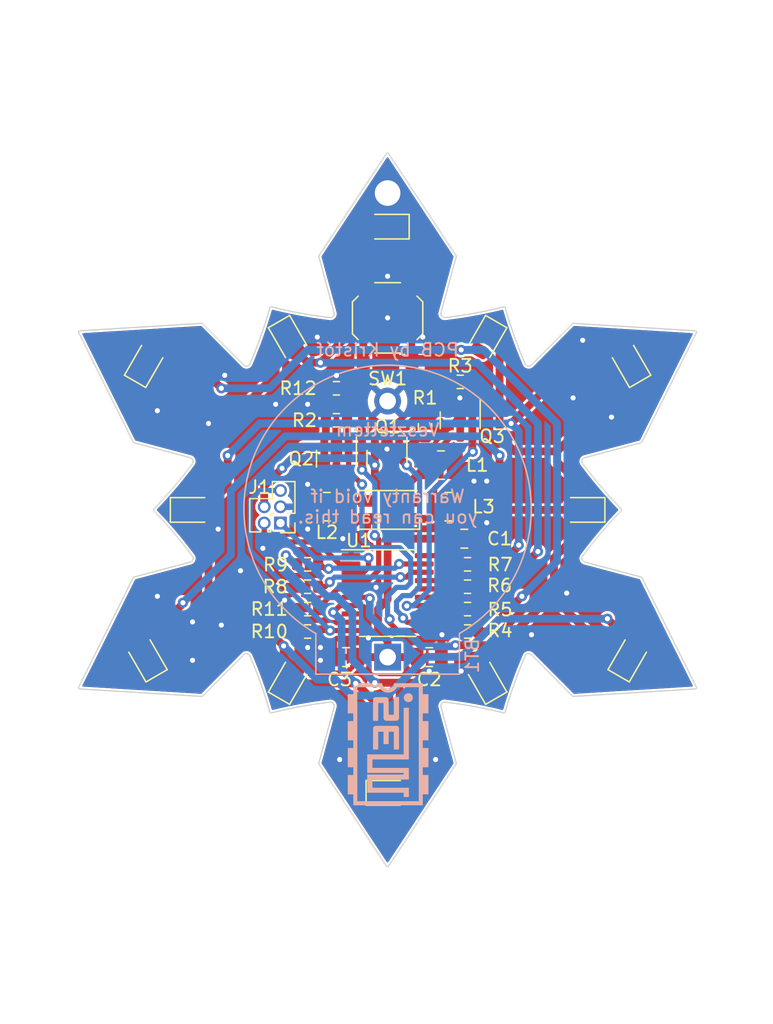
<source format=kicad_pcb>
(kicad_pcb (version 20221018) (generator pcbnew)
  (layers (0 "F.Cu" signal) (31 "B.Cu" signal) (34 "B.Paste" user) (35 "F.Paste" user) (36 "B.SilkS" user "B.Silkscreen") (37 "F.SilkS" user "F.Silkscreen") (38 "B.Mask" user) (39 "F.Mask" user) (44 "Edge.Cuts" user))
  (net 0 "")
  (net 1 "VCC")
  (net 2 "GND")
  (net 3 "/MPX2")
  (net 4 "Net-(D1-BK)")
  (net 5 "/MPX1")
  (net 6 "Net-(D1-GK)")
  (net 7 "Net-(D1-RK)")
  (net 8 "Net-(D2-A)")
  (net 9 "Net-(D4-A)")
  (net 10 "Net-(D6-A)")
  (net 11 "Net-(D8-A)")
  (net 12 "Net-(D10-A)")
  (net 13 "Net-(D12-A)")
  (net 14 "/SWC")
  (net 15 "/SWD")
  (net 16 "/nRST")
  (net 17 "/B")
  (net 18 "/R")
  (net 19 "/G")
  (net 20 "/L1")
  (net 21 "/L2")
  (net 22 "/L3")
  (net 23 "/L4")
  (net 24 "/L5")
  (net 25 "/L6")
  (net 26 "Net-(U1-PB6{slash}PF4-BOOT0)")
  (net 27 "Net-(SW1A-A)")
  (footprint "LED_SMD:LED_0805_2012Metric" (layer "F.Cu") (at 193.838176 58.38035 -120)
    (fp_text reference "D3" hide)
    (fp_text value "LED" hide)
  )
  (footprint "LED_SMD:LED_0805_2012Metric" (layer "F.Cu") (at 167.288176 83.13035 120)
    (fp_text reference "D8" hide)
    (fp_text value "LED")
  )
  (footprint "Inductor_SMD:L_1008_2520Metric" (layer "F.Cu") (at 190.363176 68.13035)
    (fp_text reference "L1")
    (fp_text value "L")
  )
  (footprint "kikit:Tab" (layer "F.Cu") (at 209.988176 78.98035 180)
    (fp_text reference "T1" hide)
    (fp_text value "Tab")
  )
  (footprint "LED_SMD:LED_0805_2012Metric" (layer "F.Cu") (at 170.888176 71.63035)
    (fp_text reference "D6" hide)
    (fp_text value "LED" hide)
  )
  (footprint "Resistor_SMD:R_0603_1608Metric" (layer "F.Cu") (at 189.113176 65.13035 -90)
    (fp_text reference "R1")
    (fp_text value "100k")
  )
  (footprint "Resistor_SMD:R_0603_1608Metric" (layer "F.Cu") (at 179.938176 81.13035)
    (fp_text reference "R10")
    (fp_text value "100k")
  )
  (footprint "LED_SMD:LED_0805_2012Metric" (layer "F.Cu") (at 167.288176 60.13035 60)
    (fp_text reference "D2" hide)
    (fp_text value "LED" hide)
  )
  (footprint "Resistor_SMD:R_0603_1608Metric" (layer "F.Cu") (at 179.938176 77.63035)
    (fp_text reference "R8")
    (fp_text value "1k")
  )
  (footprint "Resistor_SMD:R_0603_1608Metric" (layer "F.Cu") (at 179.938176 79.38035)
    (fp_text reference "R11")
    (fp_text value "100k")
  )
  (footprint "LED_SMD:LED_0805_2012Metric" (layer "F.Cu") (at 186.188176 93.73035)
    (fp_text reference "D12" hide)
    (fp_text value "LED")
  )
  (footprint "LED_SMD:LED_0805_2012Metric" (layer "F.Cu") (at 201.488176 71.63035 180)
    (fp_text reference "D9" hide)
    (fp_text value "LED" hide)
  )
  (footprint "LED_SMD:LED_0805_2012Metric" (layer "F.Cu") (at 178.538176 58.38035 -60)
    (fp_text reference "D4" hide)
    (fp_text value "LED" hide)
  )
  (footprint "LED_SMD:LED_0805_2012Metric" (layer "F.Cu") (at 186.188176 49.50535 180)
    (fp_text reference "D5" hide)
    (fp_text value "LED")
  )
  (footprint "karifa:SOT-23" (layer "F.Cu") (at 191.863176 64.63035 90)
    (fp_text reference "Q3")
    (fp_text value "AO3401A")
  )
  (footprint "LED_SMD:LED_RGB_Wuerth-PLCC4_3.2x2.8mm_150141M173100" (layer "F.Cu") (at 186.188176 71.63035 180)
    (fp_text reference "D1" hide)
    (fp_text value "LED_ARGB")
  )
  (footprint "karifa:ProgConnector_5pin" (layer "F.Cu") (at 177.813176 72.65535 180)
    (fp_text reference "J1")
    (fp_text value "Conn_2Rows-05Pins")
  )
  (footprint "Inductor_SMD:L_1008_2520Metric" (layer "F.Cu") (at 181.438176 71.38035 180)
    (fp_text reference "L2")
    (fp_text value "L")
  )
  (footprint "Resistor_SMD:R_0603_1608Metric" (layer "F.Cu") (at 182.188176 62.13035 180)
    (fp_text reference "R12")
    (fp_text value "100k")
  )
  (footprint "Resistor_SMD:R_0603_1608Metric" (layer "F.Cu") (at 192.438176 75.88035 180)
    (fp_text reference "R7")
    (fp_text value "1k")
  )
  (footprint "karifa:SOT-23" (layer "F.Cu") (at 186.138176 67.63035 90)
    (fp_text reference "Q1")
    (fp_text value "AO3401A")
  )
  (footprint "LED_SMD:LED_0805_2012Metric" (layer "F.Cu") (at 205.088176 83.13035 60)
    (fp_text reference "D11" hide)
    (fp_text value "LED" hide)
  )
  (footprint "Package_SO:TSSOP-20_4.4x6.5mm_P0.65mm" (layer "F.Cu") (at 186.188176 78.13035)
    (fp_text reference "U1")
    (fp_text value "PY32F002AF15P6TU")
  )
  (footprint "Button_Switch_SMD:SW_SPST_TL3342" (layer "F.Cu") (at 186.188176 56.63035 90)
    (fp_text reference "SW1")
    (fp_text value "SW_DPST_x2")
  )
  (footprint "Resistor_SMD:R_0603_1608Metric" (layer "F.Cu") (at 191.863176 61.63035)
    (fp_text reference "R3")
    (fp_text value "100k")
  )
  (footprint "Resistor_SMD:R_0603_1608Metric" (layer "F.Cu") (at 179.938176 75.88035)
    (fp_text reference "R9")
    (fp_text value "1k")
  )
  (footprint "LED_SMD:LED_0805_2012Metric" (layer "F.Cu") (at 205.088176 60.13035 120)
    (fp_text reference "D7" hide)
    (fp_text value "LED" hide)
  )
  (footprint "Capacitor_SMD:C_0805_2012Metric" (layer "F.Cu") (at 189.438176 83.13035)
    (fp_text reference "C2")
    (fp_text value "10uF")
  )
  (footprint "Capacitor_SMD:C_0805_2012Metric" (layer "F.Cu") (at 192.188176 73.88035 180)
    (fp_text reference "C1")
    (fp_text value "100nF")
  )
  (footprint "LED_SMD:LED_0805_2012Metric" (layer "F.Cu") (at 193.838176 84.88035 120)
    (fp_text reference "D13" hide)
    (fp_text value "LED")
  )
  (footprint "Capacitor_SMD:C_0805_2012Metric" (layer "F.Cu") (at 182.938176 83.13035 180)
    (fp_text reference "C3")
    (fp_text value "10uF")
  )
  (footprint "Resistor_SMD:R_0603_1608Metric" (layer "F.Cu") (at 192.438176 79.38035 180)
    (fp_text reference "R5")
    (fp_text value "1k")
  )
  (footprint "karifa:SOT-23" (layer "F.Cu") (at 182.188176 67.63035 90)
    (fp_text reference "Q2")
    (fp_text value "AO3401A")
  )
  (footprint "LED_SMD:LED_0805_2012Metric" (layer "F.Cu") (at 178.538176 84.88035 60)
    (fp_text reference "D10" hide)
    (fp_text value "LED")
  )
  (footprint "Resistor_SMD:R_0603_1608Metric" (layer "F.Cu") (at 192.438176 77.63035 180)
    (fp_text reference "R6")
    (fp_text value "1k")
  )
  (footprint "Resistor_SMD:R_0603_1608Metric" (layer "F.Cu") (at 182.188176 64.63035)
    (fp_text reference "R2")
    (fp_text value "100k")
  )
  (footprint "Inductor_SMD:L_1008_2520Metric" (layer "F.Cu") (at 190.938176 71.38035)
    (fp_text reference "L3")
    (fp_text value "L")
  )
  (footprint "Resistor_SMD:R_0603_1608Metric" (layer "F.Cu") (at 192.438176 81.13035 180)
    (fp_text reference "R4")
    (fp_text value "1k")
  )
  (footprint "karifa:CR2032_Holder" (layer "B.Cu") (at 186.188176 83.13035 90)
    (fp_text reference "BT1")
    (fp_text value "Battery")
  )
  (gr_poly (pts (xy 185.053142 88.64023) (xy 185.087249 88.592688) (xy 185.090925 88.587606) (xy 185.094954 88.582457) (xy 185.0993 88.577273) (xy 185.10393 88.572082) (xy 185.108809 88.566915) (xy 185.1139 88.561803) (xy 185.119171 88.556775) (xy 185.124585 88.551863) (xy 185.130108 88.547096) (xy 185.135705 88.542505) (xy 185.141342 88.538119) (xy 185.146983 88.53397) (xy 185.152594 88.530087) (xy 185.15814 88.526501) (xy 185.163586 88.523242) (xy 185.168897 88.520341) (xy 185.187152 88.512836) (xy 185.212806 88.507196) (xy 185.255684 88.503154) (xy 185.325606 88.500445) (xy 185.585878 88.497958) (xy 186.072201 88.497603) (xy 186.924862 88.497603) (xy 186.975505 88.524475) (xy 186.981962 88.528025) (xy 186.988162 88.531705) (xy 186.994113 88.535525) (xy 186.999826 88.539493) (xy 187.005308 88.543619) (xy 187.010569 88.547911) (xy 187.015618 88.552378) (xy 187.020464 88.557031) (xy 187.025116 88.561877) (xy 187.029584 88.566926) (xy 187.033876 88.572187) (xy 187.038002 88.577669) (xy 187.04197 88.583381) (xy 187.045789 88.589333) (xy 187.04947 88.595532) (xy 187.05302 88.601989) (xy 187.079892 88.651599) (xy 187.079892 90.347619) (xy 186.671648 90.347619) (xy 186.671648 88.95959) (xy 186.273739 88.95959) (xy 186.273739 89.931107) (xy 185.865495 89.931107) (xy 185.865495 88.95959) (xy 185.456219 88.95959) (xy 185.456219 90.347619) (xy 185.046941 90.347619)) (fill solid) (layer "B.SilkS"))
  (gr_poly (pts (xy 185.050042 87.251168) (xy 185.053142 86.396439) (xy 185.087249 86.348897) (xy 185.090925 86.343815) (xy 185.094954 86.338668) (xy 185.0993 86.333488) (xy 185.10393 86.328307) (xy 185.108809 86.323156) (xy 185.1139 86.318067) (xy 185.119171 86.313071) (xy 185.124585 86.308202) (xy 185.130108 86.303489) (xy 185.135705 86.298967) (xy 185.141342 86.294665) (xy 185.146983 86.290616) (xy 185.152594 86.286851) (xy 185.15814 86.283403) (xy 185.163586 86.280304) (xy 185.168897 86.277584) (xy 185.186136 86.270034) (xy 185.206234 86.264277) (xy 185.234082 86.26007) (xy 185.274576 86.257172) (xy 185.332607 86.255339) (xy 185.413069 86.254329) (xy 185.660857 86.253813) (xy 185.801667 86.253903) (xy 185.859455 86.254065) (xy 185.909679 86.254345) (xy 185.952975 86.254778) (xy 185.989979 86.255393) (xy 186.021327 86.256224) (xy 186.047655 86.257301) (xy 186.069598 86.258656) (xy 186.079125 86.259449) (xy 186.087793 86.260323) (xy 186.095684 86.261282) (xy 186.102875 86.262331) (xy 186.109448 86.263473) (xy 186.11548 86.264713) (xy 186.121053 86.266054) (xy 186.126245 86.267501) (xy 186.131135 86.269057) (xy 186.135804 86.270726) (xy 186.144794 86.274421) (xy 186.15385 86.278617) (xy 186.158954 86.281094) (xy 186.164163 86.283851) (xy 186.169436 86.286853) (xy 186.174731 86.290066) (xy 186.180008 86.293455) (xy 186.185225 86.296984) (xy 186.190343 86.30062) (xy 186.19532 86.304326) (xy 186.200116 86.308069) (xy 186.204689 86.311813) (xy 186.208998 86.315524) (xy 186.213004 86.319167) (xy 186.216664 86.322707) (xy 186.219938 86.326109) (xy 186.222785 86.329339) (xy 186.225164 86.332361) (xy 186.240604 86.357408) (xy 186.246917 86.37113) (xy 186.252375 86.386815) (xy 186.257039 86.405333) (xy 186.260972 86.427558) (xy 186.266892 86.486615) (xy 186.270633 86.57096) (xy 186.27269 86.687572) (xy 186.273739 87.045496) (xy 186.273739 87.630472) (xy 186.671648 87.630472) (xy 186.671648 86.253813) (xy 187.079892 86.253813) (xy 187.079892 87.949833) (xy 187.044752 88.003576) (xy 187.040109 88.010908) (xy 187.035466 88.017802) (xy 187.030799 88.024281) (xy 187.026084 88.030367) (xy 187.021295 88.036085) (xy 187.01641 88.041456) (xy 187.011404 88.046502) (xy 187.006253 88.051248) (xy 187.000932 88.055715) (xy 186.995417 88.059926) (xy 186.989684 88.063904) (xy 186.983709 88.067671) (xy 186.977467 88.071251) (xy 186.970935 88.074666) (xy 186.964088 88.077938) (xy 186.956902 88.081091) (xy 186.938028 88.088344) (xy 186.916368 88.093962) (xy 186.887393 88.09815) (xy 186.846573 88.101115) (xy 186.789377 88.103063) (xy 186.711277 88.1042) (xy 186.474244 88.104862) (xy 186.334899 88.104809) (xy 186.278031 88.104685) (xy 186.228813 88.104442) (xy 186.186584 88.104042) (xy 186.150681 88.103445) (xy 186.12044 88.102612) (xy 186.107235 88.102094) (xy 186.095197 88.101503) (xy 186.084244 88.100833) (xy 186.074291 88.100079) (xy 186.065257 88.099237) (xy 186.057058 88.098301) (xy 186.049611 88.097267) (xy 186.042834 88.09613) (xy 186.036644 88.094884) (xy 186.030957 88.093525) (xy 186.025692 88.092049) (xy 186.020764 88.090449) (xy 186.016091 88.088721) (xy 186.011591 88.08686) (xy 186.00718 88.084862) (xy 186.002775 88.08272) (xy 185.993654 88.07799) (xy 185.987295 88.074745) (xy 185.981013 88.071216) (xy 185.974809 88.067408) (xy 185.968687 88.063327) (xy 185.96265 88.05898) (xy 185.956701 88.054373) (xy 185.950842 88.049511) (xy 185.945078 88.044401) (xy 185.93941 88.039048) (xy 185.933842 88.03346) (xy 185.928377 88.027641) (xy 185.923018 88.021599) (xy 185.917768 88.015338) (xy 185.912631 88.008865) (xy 185.907608 88.002187) (xy 185.902703 87.995308) (xy 185.865495 87.940531) (xy 185.865495 86.716833) (xy 185.456219 86.716833) (xy 185.456219 88.104862) (xy 185.046941 88.104862)) (fill solid) (layer "B.SilkS"))
  (gr_poly (pts (xy 187.44266 92.302022) (xy 187.44266 92.174898) (xy 184.592188 92.174898) (xy 184.592188 90.728991) (xy 187.44266 90.728991) (xy 187.44266 87.086837) (xy 187.850904 87.086837) (xy 187.850904 91.122766) (xy 185.000432 91.122766) (xy 185.000432 91.782157) (xy 187.850904 91.782157) (xy 187.850904 92.694762) (xy 185.000432 92.694762) (xy 185.000432 93.331416) (xy 187.850904 93.331416) (xy 187.850904 94.060054) (xy 187.44266 94.060054) (xy 187.44266 93.724157) (xy 184.592188 93.724157) (xy 184.592188 92.302022)) (fill solid) (layer "B.SilkS"))
  (gr_poly (pts (xy 187.449469 86.291706) (xy 187.450198 86.279486) (xy 187.451316 86.267248) (xy 187.45281 86.255108) (xy 187.454665 86.243179) (xy 187.456868 86.231577) (xy 187.459407 86.220417) (xy 187.462266 86.209814) (xy 187.465432 86.199883) (xy 187.468892 86.19074) (xy 187.472632 86.182499) (xy 187.474351 86.179183) (xy 187.476014 86.175839) (xy 187.477613 86.172486) (xy 187.479141 86.169144) (xy 187.48059 86.165832) (xy 187.481953 86.162569) (xy 187.483222 86.159377) (xy 187.484389 86.156273) (xy 187.485448 86.153279) (xy 187.48639 86.150413) (xy 187.487207 86.147696) (xy 187.487893 86.145147) (xy 187.48844 86.142785) (xy 187.48884 86.140631) (xy 187.489086 86.138704) (xy 187.489169 86.137024) (xy 187.4893 86.135719) (xy 187.489686 86.134145) (xy 187.490314 86.132323) (xy 187.491172 86.130274) (xy 187.492248 86.128018) (xy 187.493529 86.125578) (xy 187.495005 86.122975) (xy 187.496662 86.120229) (xy 187.498489 86.117362) (xy 187.500473 86.114395) (xy 187.502603 86.111349) (xy 187.504866 86.108246) (xy 187.50725 86.105107) (xy 187.509743 86.101952) (xy 187.512333 86.098804) (xy 187.515008 86.095683) (xy 187.533839 86.075288) (xy 187.552053 86.056693) (xy 187.569782 86.039834) (xy 187.587161 86.024644) (xy 187.604321 86.011059) (xy 187.621396 85.999013) (xy 187.63852 85.988443) (xy 187.655826 85.979282) (xy 187.673446 85.971465) (xy 187.691515 85.964927) (xy 187.710165 85.959604) (xy 187.729529 85.95543) (xy 187.749741 85.95234) (xy 187.770935 85.950268) (xy 187.793243 85.949151) (xy 187.816798 85.948922) (xy 187.838362 85.949634) (xy 187.859434 85.951553) (xy 187.879992 85.954646) (xy 187.900009 85.958879) (xy 187.919461 85.964218) (xy 187.938325 85.970629) (xy 187.956574 85.978079) (xy 187.974185 85.986532) (xy 187.991132 85.995956) (xy 188.007392 86.006317) (xy 188.02294 86.01758) (xy 188.037751 86.029712) (xy 188.0518 86.042679) (xy 188.065063 86.056447) (xy 188.077515 86.070983) (xy 188.089133 86.086251) (xy 188.09989 86.102219) (xy 188.109762 86.118853) (xy 188.118726 86.136119) (xy 188.126755 86.153982) (xy 188.133827 86.172409) (xy 188.139915 86.191366) (xy 188.144996 86.21082) (xy 188.149045 86.230735) (xy 188.152037 86.251079) (xy 188.153947 86.271818) (xy 188.154752 86.292918) (xy 188.154426 86.314344) (xy 188.152945 86.336063) (xy 188.150285 86.358042) (xy 188.14642 86.380245) (xy 188.141326 86.40264) (xy 188.138169 86.414679) (xy 188.134874 86.426036) (xy 188.131397 86.436781) (xy 188.127696 86.446985) (xy 188.123728 86.456716) (xy 188.119452 86.466045) (xy 188.114824 86.47504) (xy 188.109803 86.483772) (xy 188.104346 86.492311) (xy 188.09841 86.500725) (xy 188.091953 86.509085) (xy 188.084934 86.517459) (xy 188.077308 86.525919) (xy 188.069035 86.534533) (xy 188.060071 86.543371) (xy 188.050375 86.552502) (xy 188.032337 86.56827) (xy 188.013521 86.582626) (xy 187.993976 86.595561) (xy 187.973749 86.607069) (xy 187.952885 86.617142) (xy 187.931433 86.625772) (xy 187.909438 86.632951) (xy 187.886948 86.638673) (xy 187.864011 86.642929) (xy 187.840672 86.645712) (xy 187.816979 86.647014) (xy 187.792978 86.646828) (xy 187.768717 86.645146) (xy 187.744243 86.641961) (xy 187.719602 86.637265) (xy 187.694841 86.631051) (xy 187.673879 86.624092) (xy 187.653294 86.615299) (xy 187.633176 86.604778) (xy 187.613613 86.592632) (xy 187.594691 86.578967) (xy 187.576498 86.563885) (xy 187.559124 86.547493) (xy 187.542654 86.529894) (xy 187.527178 86.511193) (xy 187.512783 86.491494) (xy 187.499556 86.470902) (xy 187.487587 86.449521) (xy 187.476961 86.427455) (xy 187.467768 86.40481) (xy 187.460095 86.38169) (xy 187.454029 86.358199) (xy 187.452137 86.348505) (xy 187.450717 86.338102) (xy 187.449753 86.327105) (xy 187.449233 86.315631) (xy 187.449143 86.303792)) (fill solid) (layer "B.SilkS"))
  (gr_poly (pts (xy 183.504917 92.337162) (xy 183.504917 91.735648) (xy 183.072901 91.735648) (xy 183.072901 90.231864) (xy 183.504917 90.231864) (xy 183.504917 89.63035) (xy 183.072901 89.63035) (xy 183.072901 88.1276) (xy 183.504917 88.1276) (xy 183.504917 87.526086) (xy 183.072901 87.526086) (xy 183.072901 86.023335) (xy 183.504917 86.023335) (xy 183.504917 85.167574) (xy 185.756975 85.167574) (xy 185.777646 85.238888) (xy 185.783137 85.257617) (xy 185.788435 85.274774) (xy 185.79364 85.290533) (xy 185.798849 85.305066) (xy 185.804161 85.318544) (xy 185.809675 85.331142) (xy 185.815488 85.343031) (xy 185.8217 85.354384) (xy 185.828408 85.365374) (xy 185.835711 85.376173) (xy 185.843708 85.386954) (xy 185.852496 85.397889) (xy 185.862174 85.409151) (xy 185.872841 85.420913) (xy 185.884596 85.433347) (xy 185.897535 85.446626) (xy 185.905187 85.454485) (xy 185.91302 85.462164) (xy 185.921019 85.469651) (xy 185.929171 85.476938) (xy 185.937462 85.484012) (xy 185.945879 85.490864) (xy 185.954408 85.497483) (xy 185.963035 85.503858) (xy 185.971747 85.509979) (xy 185.98053 85.515835) (xy 185.989371 85.521415) (xy 185.998256 85.526709) (xy 186.007171 85.531706) (xy 186.016102 85.536396) (xy 186.025037 85.540768) (xy 186.033961 85.544812) (xy 186.05617 85.554541) (xy 186.066204 85.55861) (xy 186.075787 85.562188) (xy 186.085115 85.565306) (xy 186.094386 85.567993) (xy 186.103796 85.570281) (xy 186.113543 85.5722) (xy 186.123822 85.57378) (xy 186.134831 85.57505) (xy 186.146766 85.576042) (xy 186.159825 85.576786) (xy 186.1901 85.57765) (xy 186.227231 85.577884) (xy 186.266073 85.577725) (xy 186.282437 85.577455) (xy 186.297091 85.576996) (xy 186.310279 85.576301) (xy 186.322247 85.575323) (xy 186.33324 85.574015) (xy 186.343503 85.572329) (xy 186.353281 85.57022) (xy 186.362821 85.56764) (xy 186.372366 85.564542) (xy 186.382163 85.56088) (xy 186.392456 85.556606) (xy 186.403492 85.551673) (xy 186.428769 85.539644) (xy 186.436801 85.53563) (xy 186.444966 85.531364) (xy 186.453204 85.526886) (xy 186.461454 85.522236) (xy 186.477748 85.512575) (xy 186.493364 85.502696) (xy 186.500767 85.497773) (xy 186.507818 85.492913) (xy 186.514457 85.488157) (xy 186.520624 85.483543) (xy 186.526258 85.479111) (xy 186.531298 85.474899) (xy 186.535685 85.470948) (xy 186.539357 85.467297) (xy 186.570316 85.435228) (xy 186.583365 85.421213) (xy 186.594989 85.408208) (xy 186.605336 85.395961) (xy 186.614552 85.384217) (xy 186.622783 85.372725) (xy 186.630178 85.361231) (xy 186.636882 85.349483) (xy 186.643042 85.337228) (xy 186.648806 85.324213) (xy 186.65432 85.310185) (xy 186.659731 85.294891) (xy 186.665186 85.278079) (xy 186.676816 85.238888) (xy 186.69852 85.167574) (xy 188.938176 85.167574) (xy 188.938176 86.023335) (xy 189.38156 86.023335) (xy 189.38156 87.526086) (xy 188.938176 87.526086) (xy 188.938176 88.1276) (xy 189.38156 88.1276) (xy 189.38156 89.63035) (xy 188.938176 89.63035) (xy 188.938176 90.231864) (xy 189.38156 90.231864) (xy 189.38156 91.735648) (xy 188.938176 91.735648) (xy 188.938176 92.337162) (xy 189.38156 92.337162) (xy 189.38156 93.851281) (xy 188.938176 93.851281) (xy 188.938176 94.707043) (xy 188.62295 94.707043) (xy 188.62295 94.383548) (xy 188.62295 85.4797) (xy 187.769255 85.4797) (xy 187.4045 85.480313) (xy 187.137123 85.482284) (xy 187.041677 85.483838) (xy 186.972647 85.485804) (xy 186.930722 85.488206) (xy 186.920141 85.489578) (xy 186.917482 85.490308) (xy 186.916594 85.491069) (xy 186.91638 85.492369) (xy 186.915752 85.494306) (xy 186.913348 85.499918) (xy 186.909563 85.507564) (xy 186.904579 85.516907) (xy 186.898578 85.527605) (xy 186.891741 85.539321) (xy 186.88425 85.551716) (xy 186.876287 85.564449) (xy 186.85439 85.596198) (xy 186.830609 85.626689) (xy 186.805025 85.655875) (xy 186.777714 85.683708) (xy 186.748756 85.710143) (xy 186.718229 85.735132) (xy 186.686213 85.758629) (xy 186.652786 85.780585) (xy 186.618027 85.800955) (xy 186.582014 85.819692) (xy 186.544826 85.836748) (xy 186.506542 85.852076) (xy 186.46724 85.865631) (xy 186.427 85.877363) (xy 186.385901 85.887228) (xy 186.344019 85.895178) (xy 186.303786 85.900756) (xy 186.263025 85.903955) (xy 186.221888 85.904816) (xy 186.180528 85.903381) (xy 186.139095 85.899694) (xy 186.097741 85.893797) (xy 186.056617 85.885732) (xy 186.015874 85.875541) (xy 185.975664 85.863267) (xy 185.936139 85.848952) (xy 185.897449 85.832638) (xy 185.859747 85.814369) (xy 185.823183 85.794186) (xy 185.787908 85.772131) (xy 185.754075 85.748248) (xy 185.721835 85.722579) (xy 185.713362 85.715366) (xy 185.704679 85.707748) (xy 185.69589 85.699831) (xy 185.687099 85.691718) (xy 185.669931 85.675325) (xy 185.661762 85.667254) (xy 185.65401 85.659404) (xy 185.646779 85.651882) (xy 185.640172 85.644792) (xy 185.634296 85.638237) (xy 185.629254 85.632323) (xy 185.62515 85.627153) (xy 185.62209 85.622833) (xy 185.620983 85.621024) (xy 185.620177 85.619467) (xy 185.619683 85.618174) (xy 185.619516 85.617159) (xy 185.619302 85.616134) (xy 185.618674 85.614629) (xy 185.617656 85.612674) (xy 185.61627 85.610295) (xy 185.612485 85.604387) (xy 185.607501 85.597134) (xy 185.6015 85.588767) (xy 185.594663 85.579516) (xy 185.587172 85.56961) (xy 185.579208 85.559281) (xy 185.574997 85.55403) (xy 185.570904 85.548766) (xy 185.56695 85.543523) (xy 185.563156 85.538336) (xy 185.559544 85.53324) (xy 185.556136 85.528269) (xy 185.552951 85.523459) (xy 185.550011 85.518844) (xy 185.547338 85.51446) (xy 185.544952 85.51034) (xy 185.542876 85.50652) (xy 185.541129 85.503034) (xy 185.539734 85.499919) (xy 185.538711 85.497207) (xy 185.538082 85.494934) (xy 185.537921 85.493973) (xy 185.537867 85.493135) (xy 185.535682 85.491281) (xy 185.528814 85.489591) (xy 185.499158 85.486676) (xy 185.363072 85.482542) (xy 185.099667 85.480346) (xy 184.679005 85.4797) (xy 183.820143 85.4797) (xy 183.820143 94.383548) (xy 188.62295 94.383548) (xy 188.62295 94.707043) (xy 183.504917 94.707043) (xy 183.504917 93.851281) (xy 183.072901 93.851281) (xy 183.072901 92.337162)) (fill solid) (layer "B.SilkS"))
  (gr_poly locked (pts (xy 186.188437 43.750651) (xy 186.194491 43.75125) (xy 186.200474 43.752218) (xy 186.206373 43.753548) (xy 186.212173 43.755235) (xy 186.217859 43.757271) (xy 186.223418 43.759649) (xy 186.228836 43.762364) (xy 186.234097 43.765407) (xy 186.239187 43.768773) (xy 186.244093 43.772454) (xy 186.2488 43.776445) (xy 186.253294 43.780738) (xy 186.25756 43.785327) (xy 186.261584 43.790204) (xy 186.265352 43.795365) (xy 191.539682 51.761739) (xy 191.542528 51.766297) (xy 191.54512 51.770987) (xy 191.547456 51.775795) (xy 191.549532 51.780709) (xy 191.551345 51.785716) (xy 191.552891 51.790802) (xy 191.554168 51.795953) (xy 191.555173 51.801158) (xy 191.555902 51.806403) (xy 191.556352 51.811674) (xy 191.55652 51.816958) (xy 191.556404 51.822243) (xy 191.555999 51.827515) (xy 191.555303 51.832761) (xy 191.554312 51.837967) (xy 191.553024 51.843122) (xy 190.361246 56.2352) (xy 190.35687 56.253169) (xy 190.353648 56.271247) (xy 190.351568 56.289385) (xy 190.350617 56.307533) (xy 190.350784 56.325639) (xy 190.352054 56.343654) (xy 190.354417 56.361526) (xy 190.357858 56.379206) (xy 190.362366 56.396643) (xy 190.367928 56.413787) (xy 190.374531 56.430587) (xy 190.382162 56.446992) (xy 190.39081 56.462952) (xy 190.400462 56.478417) (xy 190.411104 56.493337) (xy 190.422724 56.50766) (xy 190.435209 56.521243) (xy 190.448426 56.533964) (xy 190.462328 56.545803) (xy 190.476866 56.556735) (xy 190.491991 56.56674) (xy 190.507654 56.575794) (xy 190.523808 56.583876) (xy 190.540403 56.590964) (xy 190.55739 56.597034) (xy 190.574722 56.602066) (xy 190.592349 56.606037) (xy 190.610223 56.608923) (xy 190.628295 56.610705) (xy 190.646517 56.611358) (xy 190.66484 56.610861) (xy 190.683216 56.609191) (xy 191.263748 56.535665) (xy 191.842253 56.453065) (xy 192.418517 56.36141) (xy 192.992323 56.260721) (xy 193.563458 56.151018) (xy 194.131706 56.032321) (xy 194.696853 55.90465) (xy 195.258683 55.768025) (xy 195.263565 55.767001) (xy 195.268448 55.766222) (xy 195.273322 55.765685) (xy 195.278181 55.765386) (xy 195.283018 55.765321) (xy 195.287825 55.765486) (xy 195.292595 55.765877) (xy 195.29732 55.76649) (xy 195.301994 55.767321) (xy 195.306608 55.768367) (xy 195.311156 55.769623) (xy 195.315631 55.771085) (xy 195.320025 55.77275) (xy 195.32433 55.774614) (xy 195.32854 55.776672) (xy 195.332646 55.77892) (xy 195.336643 55.781355) (xy 195.340522 55.783973) (xy 195.344276 55.78677) (xy 195.347898 55.789742) (xy 195.35138 55.792884) (xy 195.354716 55.796194) (xy 195.357898 55.799666) (xy 195.360918 55.803298) (xy 195.363769 55.807084) (xy 195.366445 55.811022) (xy 195.368937 55.815108) (xy 195.371238 55.819336) (xy 195.373342 55.823704) (xy 195.37524 55.828207) (xy 195.376926 55.832842) (xy 195.378391 55.837605) (xy 195.540985 56.392318) (xy 195.713077 56.945457) (xy 195.894541 57.496824) (xy 196.085251 58.046224) (xy 196.285083 58.59346) (xy 196.493911 59.138334) (xy 196.71161 59.680652) (xy 196.938054 60.220216) (xy 196.94597 60.23708) (xy 196.954826 60.253291) (xy 196.964585 60.26882) (xy 196.97521 60.283639) (xy 196.986662 60.297719) (xy 196.998905 60.311031) (xy 197.011901 60.323546) (xy 197.025613 60.335237) (xy 197.040004 60.346074) (xy 197.055035 60.356028) (xy 197.070669 60.365071) (xy 197.086869 60.373174) (xy 197.103598 60.380309) (xy 197.120818 60.386447) (xy 197.138492 60.391558) (xy 197.156582 60.395615) (xy 197.17479 60.398386) (xy 197.193026 60.400024) (xy 197.211241 60.400544) (xy 197.229387 60.399962) (xy 197.247412 60.398294) (xy 197.265269 60.395555) (xy 197.282908 60.391759) (xy 197.30028 60.386924) (xy 197.317335 60.381063) (xy 197.334024 60.374193) (xy 197.350298 60.366329) (xy 197.366107 60.357486) (xy 197.381403 60.347681) (xy 197.396136 60.336927) (xy 197.410256 60.325241) (xy 197.423715 60.312639) (xy 200.631046 57.084129) (xy 200.63486 57.080433) (xy 200.638854 57.076985) (xy 200.643015 57.073788) (xy 200.647334 57.070841) (xy 200.651797 57.068146) (xy 200.656395 57.065703) (xy 200.661116 57.063515) (xy 200.665948 57.061581) (xy 200.670879 57.059903) (xy 200.6759 57.058481) (xy 200.680997 57.057317) (xy 200.686161 57.056412) (xy 200.691379 57.055766) (xy 200.696641 57.055381) (xy 200.701934 57.055257) (xy 200.707248 57.055395) (xy 210.244407 57.640203) (xy 210.250612 57.640625) (xy 210.256736 57.64146) (xy 210.262761 57.642694) (xy 210.268672 57.644315) (xy 210.274453 57.64631) (xy 210.280085 57.648666) (xy 210.285555 57.65137) (xy 210.290844 57.654409) (xy 210.295937 57.65777) (xy 210.300817 57.661441) (xy 210.305469 57.665408) (xy 210.309875 57.669659) (xy 210.314019 57.674181) (xy 210.317885 57.67896) (xy 210.321457 57.683985) (xy 210.324718 57.689241) (xy 210.327643 57.694695) (xy 210.330212 57.700303) (xy 210.33242 57.706042) (xy 210.334265 57.711894) (xy 210.335744 57.717837) (xy 210.336854 57.723851) (xy 210.337593 57.729915) (xy 210.337957 57.736008) (xy 210.337945 57.74211) (xy 210.337552 57.7482) (xy 210.336777 57.754257) (xy 210.335616 57.760261) (xy 210.334068 57.76619) (xy 210.332128 57.772026) (xy 210.329794 57.777745) (xy 210.327063 57.783329) (xy 206.064889 66.335166) (xy 206.062446 66.339992) (xy 206.059761 66.344629) (xy 206.056845 66.349073) (xy 206.053706 66.353316) (xy 206.050353 66.357355) (xy 206.046795 66.361185) (xy 206.043041 66.364799) (xy 206.039101 66.368193) (xy 206.034983 66.371362) (xy 206.030696 66.3743) (xy 206.026249 66.377002) (xy 206.021652 66.379463) (xy 206.016912 66.381678) (xy 206.01204 66.383642) (xy 206.007044 66.385348) (xy 206.001933 66.386793) (xy 201.602285 67.550179) (xy 201.584643 67.55553) (xy 201.567463 67.561913) (xy 201.550785 67.569294) (xy 201.534646 67.577637) (xy 201.519084 67.586906) (xy 201.504137 67.597068) (xy 201.489843 67.608088) (xy 201.476241 67.619929) (xy 201.463368 67.632557) (xy 201.451263 67.645937) (xy 201.439963 67.660033) (xy 201.429507 67.674812) (xy 201.419932 67.690237) (xy 201.411277 67.706274) (xy 201.403579 67.722888) (xy 201.396877 67.740043) (xy 201.391351 67.757744) (xy 201.386957 67.775631) (xy 201.383686 67.793652) (xy 201.38153 67.811757) (xy 201.380481 67.829895) (xy 201.38053 67.848015) (xy 201.381668 67.866064) (xy 201.383887 67.883994) (xy 201.387179 67.901752) (xy 201.391533 67.919288) (xy 201.396944 67.93655) (xy 201.4034 67.953488) (xy 201.410895 67.97005) (xy 201.419419 67.986185) (xy 201.428964 68.001844) (xy 201.439522 68.016973) (xy 201.793566 68.482866) (xy 202.15437 68.942561) (xy 202.521827 69.39585) (xy 202.895828 69.842529) (xy 203.276265 70.28239) (xy 203.663031 70.715227) (xy 204.056017 71.140834) (xy 204.455116 71.559004) (xy 204.45851 71.562657) (xy 204.461686 71.566442) (xy 204.464645 71.57035) (xy 204.467385 71.574371) (xy 204.469908 71.578498) (xy 204.472213 71.582722) (xy 204.474301 71.587032) (xy 204.47617 71.591422) (xy 204.477821 71.595881) (xy 204.479254 71.600402) (xy 204.480469 71.604975) (xy 204.481466 71.609591) (xy 204.482245 71.614242) (xy 204.482805 71.618919) (xy 204.483148 71.623612) (xy 204.483271 71.628314) (xy 204.483177 71.633015) (xy 204.482864 71.637707) (xy 204.482332 71.64238) (xy 204.481582 71.647026) (xy 204.480613 71.651637) (xy 204.479425 71.656202) (xy 204.478019 71.660714) (xy 204.476394 71.665163) (xy 204.47455 71.669541) (xy 204.472487 71.67384) (xy 204.470205 71.678049) (xy 204.467704 71.68216) (xy 204.464984 71.686165) (xy 204.462045 71.690055) (xy 204.458887 71.693821) (xy 204.45551 71.697453) (xy 204.056273 72.115704) (xy 203.663133 72.541305) (xy 203.276215 72.974078) (xy 202.895643 73.413847) (xy 202.521543 73.860436) (xy 202.154038 74.313669) (xy 201.793254 74.773369) (xy 201.439315 75.23936) (xy 201.428772 75.254593) (xy 201.419247 75.270327) (xy 201.410747 75.286514) (xy 201.40328 75.303103) (xy 201.396853 75.320046) (xy 201.391474 75.337294) (xy 201.387151 75.354797) (xy 201.383892 75.372507) (xy 201.381703 75.390374) (xy 201.380592 75.408349) (xy 201.380568 75.426383) (xy 201.381637 75.444426) (xy 201.383807 75.462431) (xy 201.387086 75.480347) (xy 201.391482 75.498125) (xy 201.397001 75.515717) (xy 201.403592 75.53294) (xy 201.41119 75.549617) (xy 201.419758 75.565711) (xy 201.42926 75.581189) (xy 201.439658 75.596015) (xy 201.450917 75.610154) (xy 201.462999 75.623572) (xy 201.475868 75.636234) (xy 201.489488 75.648105) (xy 201.503821 75.65915) (xy 201.518831 75.669335) (xy 201.534482 75.678623) (xy 201.550737 75.686981) (xy 201.567558 75.694374) (xy 201.58491 75.700767) (xy 201.602757 75.706125) (xy 206.001743 76.869119) (xy 206.00685 76.870579) (xy 206.011853 76.872322) (xy 206.016744 76.87434) (xy 206.021512 76.876623) (xy 206.026147 76.879162) (xy 206.030639 76.881948) (xy 206.03498 76.884972) (xy 206.039158 76.888223) (xy 206.043163 76.891694) (xy 206.046986 76.895374) (xy 206.050618 76.899255) (xy 206.054047 76.903328) (xy 206.057264 76.907582) (xy 206.06026 76.912009) (xy 206.063023 76.9166) (xy 206.065545 76.921345) (xy 210.327433 85.472253) (xy 210.330021 85.478097) (xy 210.332236 85.484022) (xy 210.334079 85.490012) (xy 210.335552 85.496051) (xy 210.336655 85.502123) (xy 210.337391 85.508214) (xy 210.337761 85.514306) (xy 210.337767 85.520386) (xy 210.337409 85.526436) (xy 210.336689 85.532441) (xy 210.33561 85.538385) (xy 210.334172 85.544254) (xy 210.332377 85.55003) (xy 210.330226 85.555698) (xy 210.327721 85.561244) (xy 210.324863 85.566649) (xy 210.323235 85.569326) (xy 210.321531 85.571941) (xy 210.317907 85.576984) (xy 210.314005 85.58177) (xy 210.30984 85.586291) (xy 210.305427 85.590538) (xy 210.300781 85.594502) (xy 210.295915 85.598175) (xy 210.290845 85.601548) (xy 210.285586 85.604614) (xy 210.280152 85.607364) (xy 210.274557 85.609788) (xy 210.268817 85.611879) (xy 210.262946 85.613628) (xy 210.256958 85.615027) (xy 210.250869 85.616067) (xy 210.244693 85.61674) (xy 200.707658 86.201239) (xy 200.702272 86.201352) (xy 200.696923 86.201185) (xy 200.691618 86.200742) (xy 200.686367 86.200028) (xy 200.681177 86.199048) (xy 200.676058 86.197806) (xy 200.671017 86.196306) (xy 200.666063 86.194553) (xy 200.661204 86.19255) (xy 200.65645 86.190304) (xy 200.651807 86.187817) (xy 200.647286 86.185095) (xy 200.642893 86.182141) (xy 200.638638 86.17896) (xy 200.634529 86.175557) (xy 200.630575 86.171937) (xy 197.424002 82.943738) (xy 197.410511 82.931034) (xy 197.396356 82.919262) (xy 197.381585 82.908439) (xy 197.366248 82.898577) (xy 197.350393 82.889693) (xy 197.334069 82.881801) (xy 197.317326 82.874915) (xy 197.300211 82.86905) (xy 197.282774 82.86422) (xy 197.265063 82.860441) (xy 197.247128 82.857728) (xy 197.229018 82.856094) (xy 197.210781 82.855554) (xy 197.192467 82.856124) (xy 197.174123 82.857817) (xy 197.1558 82.860649) (xy 197.137918 82.864694) (xy 197.120402 82.869805) (xy 197.103297 82.875952) (xy 197.086644 82.883102) (xy 197.070488 82.891226) (xy 197.054872 82.900292) (xy 197.039839 82.910271) (xy 197.025433 82.921131) (xy 197.011697 82.932842) (xy 196.998674 82.945372) (xy 196.986408 82.958692) (xy 196.974943 82.972771) (xy 196.964321 82.987578) (xy 196.954587 83.003081) (xy 196.945783 83.019252) (xy 196.937952 83.036058) (xy 196.711487 83.57541) (xy 196.493825 84.117554) (xy 196.285076 84.662308) (xy 196.08535 85.209488) (xy 195.894756 85.75891) (xy 195.713404 86.310392) (xy 195.541404 86.863751) (xy 195.378865 87.418803) (xy 195.377357 87.423604) (xy 195.375635 87.428277) (xy 195.373705 87.432815) (xy 195.371574 87.437216) (xy 195.36925 87.441474) (xy 195.366739 87.445587) (xy 195.364047 87.44955) (xy 195.361183 87.45336) (xy 195.358154 87.457011) (xy 195.354965 87.4605) (xy 195.351625 87.463823) (xy 195.34814 87.466976) (xy 195.344517 87.469955) (xy 195.340763 87.472756) (xy 195.336886 87.475375) (xy 195.332891 87.477807) (xy 195.328787 87.48005) (xy 195.32458 87.482098) (xy 195.320277 87.483947) (xy 195.315886 87.485595) (xy 195.311412 87.487036) (xy 195.306864 87.488266) (xy 195.302248 87.489283) (xy 195.297571 87.49008) (xy 195.292841 87.490655) (xy 195.288063 87.491004) (xy 195.283246 87.491122) (xy 195.278395 87.491005) (xy 195.273519 87.49065) (xy 195.268625 87.490052) (xy 195.263718 87.489208) (xy 195.258806 87.488112) (xy 194.696848 87.351351) (xy 194.131626 87.22363) (xy 193.563354 87.104946) (xy 192.992243 86.995296) (xy 192.418508 86.894675) (xy 191.842362 86.803081) (xy 191.264018 86.72051) (xy 190.68369 86.646958) (xy 190.665223 86.645336) (xy 190.646817 86.644876) (xy 190.628521 86.645557) (xy 190.610381 86.647357) (xy 190.592444 86.650255) (xy 190.574758 86.654229) (xy 190.55737 86.659257) (xy 190.540327 86.665317) (xy 190.523677 86.672389) (xy 190.507466 86.680449) (xy 190.491743 86.689477) (xy 190.476554 86.69945) (xy 190.461946 86.710348) (xy 190.447967 86.722148) (xy 190.434665 86.734829) (xy 190.422085 86.748368) (xy 190.410606 86.762743) (xy 190.400086 86.777713) (xy 190.390539 86.793229) (xy 190.381976 86.809241) (xy 190.374412 86.825697) (xy 190.367858 86.842548) (xy 190.362328 86.859745) (xy 190.357834 86.877235) (xy 190.354389 86.89497) (xy 190.352005 86.912899) (xy 190.350696 86.930973) (xy 190.350473 86.94914) (xy 190.351351 86.96735) (xy 190.353341 86.985554) (xy 190.356456 87.003701) (xy 190.36071 87.021741) (xy 191.553128 91.412811) (xy 191.554286 91.418043) (xy 191.555179 91.423301) (xy 191.555805 91.428575) (xy 191.556166 91.433855) (xy 191.556263 91.439132) (xy 191.556095 91.444396) (xy 191.555663 91.449638) (xy 191.554968 91.454847) (xy 191.554009 91.460015) (xy 191.552788 91.465132) (xy 191.551304 91.470187) (xy 191.549559 91.475172) (xy 191.547553 91.480077) (xy 191.545285 91.484892) (xy 191.542757 91.489608) (xy 191.539968 91.494214) (xy 186.265107 99.461365) (xy 186.261459 99.466366) (xy 186.257535 99.47111) (xy 186.253349 99.475586) (xy 186.248916 99.479787) (xy 186.244252 99.483704) (xy 186.239371 99.487328) (xy 186.234289 99.490651) (xy 186.229021 99.493663) (xy 186.223581 99.496357) (xy 186.217984 99.498724) (xy 186.212245 99.500755) (xy 186.206381 99.502442) (xy 186.200404 99.503776) (xy 186.194331 99.504748) (xy 186.188176 99.50535) (xy 186.181955 99.505573) (xy 186.175743 99.505403) (xy 186.169598 99.504851) (xy 186.163536 99.503923) (xy 186.157571 99.502627) (xy 186.151718 99.500969) (xy 186.14599 99.498955) (xy 186.140403 99.496591) (xy 186.134971 99.493885) (xy 186.129708 99.490842) (xy 186.124629 99.48747) (xy 186.119748 99.483774) (xy 186.11508 99.479762) (xy 186.110639 99.475439) (xy 186.106441 99.470813) (xy 186.102498 99.465889) (xy 186.098827 99.460675) (xy 180.824417 91.494326) (xy 180.821569 91.48977) (xy 180.818977 91.485081) (xy 180.816644 91.480273) (xy 180.814572 91.475359) (xy 180.812764 91.470352) (xy 180.811223 91.465266) (xy 180.809951 91.460113) (xy 180.808951 91.454908) (xy 180.808225 91.449664) (xy 180.807778 91.444393) (xy 180.80761 91.439109) (xy 180.807726 91.433826) (xy 180.808127 91.428557) (xy 180.808816 91.423315) (xy 180.809797 91.418114) (xy 180.811072 91.412966) (xy 182.003551 87.021751) (xy 182.007782 87.003646) (xy 182.01088 86.985445) (xy 182.012856 86.967199) (xy 182.01372 86.948957) (xy 182.013485 86.930768) (xy 182.01216 86.912683) (xy 182.009758 86.894749) (xy 182.006289 86.877017) (xy 182.001765 86.859537) (xy 181.996196 86.842358) (xy 181.989595 86.825529) (xy 181.981971 86.809101) (xy 181.973336 86.793122) (xy 181.963701 86.777642) (xy 181.953077 86.762711) (xy 181.941476 86.748378) (xy 181.929001 86.734789) (xy 181.915787 86.722063) (xy 181.901886 86.710224) (xy 181.887345 86.699292) (xy 181.872213 86.689289) (xy 181.856541 86.680238) (xy 181.840377 86.67216) (xy 181.82377 86.665078) (xy 181.806769 86.659013) (xy 181.789425 86.653987) (xy 181.771785 86.650023) (xy 181.753899 86.647141) (xy 181.735817 86.645365) (xy 181.717587 86.644716) (xy 181.699258 86.645215) (xy 181.680881 86.646886) (xy 181.100358 86.720413) (xy 180.521866 86.803011) (xy 179.94562 86.894659) (xy 179.371833 86.995337) (xy 178.800721 87.105028) (xy 178.232498 87.223712) (xy 177.66738 87.351369) (xy 177.105579 87.487981) (xy 177.100703 87.489112) (xy 177.095824 87.489985) (xy 177.090951 87.490604) (xy 177.08609 87.490974) (xy 177.08125 87.491099) (xy 177.076438 87.490985) (xy 177.071661 87.490634) (xy 177.066926 87.490053) (xy 177.062242 87.489245) (xy 177.057616 87.488215) (xy 177.053055 87.486968) (xy 177.048566 87.485507) (xy 177.044158 87.483839) (xy 177.039837 87.481966) (xy 177.035612 87.479894) (xy 177.031489 87.477628) (xy 177.027476 87.475171) (xy 177.02358 87.472528) (xy 177.01981 87.469705) (xy 177.016172 87.466704) (xy 177.012674 87.463532) (xy 177.009324 87.460192) (xy 177.006128 87.456689) (xy 177.003095 87.453028) (xy 177.000231 87.449212) (xy 176.997545 87.445247) (xy 176.995044 87.441138) (xy 176.992735 87.436887) (xy 176.990626 87.432502) (xy 176.988724 87.427984) (xy 176.987037 87.42334) (xy 176.985572 87.418574) (xy 176.823015 86.863832) (xy 176.65098 86.310656) (xy 176.469583 85.759247) (xy 176.278939 85.209807) (xy 176.079164 84.662538) (xy 175.870374 84.117641) (xy 175.652683 83.575317) (xy 175.426207 83.035769) (xy 175.418379 83.019065) (xy 175.409584 83.002976) (xy 175.399863 82.987533) (xy 175.389256 82.972769) (xy 175.377803 82.958716) (xy 175.365545 82.945409) (xy 175.352521 82.932878) (xy 175.338773 82.921157) (xy 175.32434 82.910279) (xy 175.309263 82.900276) (xy 175.293583 82.89118) (xy 175.277339 82.883026) (xy 175.260572 82.875844) (xy 175.243322 82.869668) (xy 175.22563 82.86453) (xy 175.207536 82.860464) (xy 175.189329 82.857693) (xy 175.171097 82.856052) (xy 175.15289 82.855527) (xy 175.134755 82.856101) (xy 175.116742 82.857762) (xy 175.098897 82.860493) (xy 175.081271 82.86428) (xy 175.06391 82.869109) (xy 175.046863 82.874964) (xy 175.030179 82.881831) (xy 175.013906 82.889694) (xy 174.998092 82.89854) (xy 174.982785 82.908353) (xy 174.968034 82.919119) (xy 174.953887 82.930822) (xy 174.940393 82.943449) (xy 171.733215 86.171878) (xy 171.729375 86.1756) (xy 171.725362 86.179093) (xy 171.721188 86.182351) (xy 171.71686 86.185371) (xy 171.71239 86.188145) (xy 171.707785 86.190668) (xy 171.703056 86.192935) (xy 171.698213 86.19494) (xy 171.693264 86.196678) (xy 171.68822 86.198143) (xy 171.683089 86.199331) (xy 171.677883 86.200234) (xy 171.672608 86.200848) (xy 171.667277 86.201167) (xy 171.661897 86.201186) (xy 171.656479 86.200899) (xy 162.119312 85.616113) (xy 162.113172 85.615651) (xy 162.107107 85.61478) (xy 162.101132 85.613516) (xy 162.095264 85.611868) (xy 162.08952 85.609851) (xy 162.083918 85.607477) (xy 162.078473 85.604758) (xy 162.073204 85.601707) (xy 162.068127 85.598336) (xy 162.063258 85.594658) (xy 162.058615 85.590685) (xy 162.054215 85.58643) (xy 162.050075 85.581905) (xy 162.04621 85.577124) (xy 162.04264 85.572097) (xy 162.039379 85.566839) (xy 162.036457 85.561385) (xy 162.033891 85.555779) (xy 162.031683 85.550041) (xy 162.029836 85.544192) (xy 162.028352 85.538253) (xy 162.027233 85.532245) (xy 162.026482 85.526189) (xy 162.026102 85.520106) (xy 162.026094 85.514016) (xy 162.026461 85.507942) (xy 162.027205 85.501902) (xy 162.028328 85.49592) (xy 162.029834 85.490014) (xy 162.031723 85.484207) (xy 162.034 85.47852) (xy 162.036665 85.472972) (xy 166.298817 76.921128) (xy 166.301369 76.91645) (xy 166.304143 76.911917) (xy 166.307132 76.90754) (xy 166.31033 76.903328) (xy 166.313728 76.899291) (xy 166.31732 76.895438) (xy 166.321098 76.891779) (xy 166.325056 76.888325) (xy 166.329186 76.885084) (xy 166.333481 76.882067) (xy 166.337934 76.879283) (xy 166.342538 76.876742) (xy 166.347286 76.874454) (xy 166.352171 76.872428) (xy 166.357184 76.870674) (xy 166.362321 76.869202) (xy 170.761812 75.705908) (xy 170.77959 75.700702) (xy 170.796885 75.694445) (xy 170.813658 75.687174) (xy 170.829873 75.678922) (xy 170.845491 75.669725) (xy 170.860477 75.659616) (xy 170.874793 75.64863) (xy 170.888401 75.636802) (xy 170.901264 75.624167) (xy 170.913345 75.610758) (xy 170.924607 75.596611) (xy 170.935013 75.581759) (xy 170.944524 75.566238) (xy 170.953104 75.550082) (xy 170.960717 75.533326) (xy 170.967323 75.516004) (xy 170.972854 75.49831) (xy 170.977267 75.480447) (xy 170.980567 75.462463) (xy 170.982762 75.444404) (xy 170.983855 75.426317) (xy 170.983853 75.408249) (xy 170.982761 75.390247) (xy 170.980585 75.372359) (xy 170.977331 75.354631) (xy 170.973004 75.33711) (xy 170.967609 75.319843) (xy 170.961153 75.302878) (xy 170.953641 75.286261) (xy 170.945078 75.270039) (xy 170.93547 75.254259) (xy 170.924823 75.238969) (xy 170.570782 74.773075) (xy 170.209948 74.313398) (xy 169.842435 73.86014) (xy 169.46836 73.413504) (xy 169.087839 72.973691) (xy 168.700987 72.540904) (xy 168.30792 72.115345) (xy 167.908753 71.697218) (xy 167.905368 71.693563) (xy 167.902203 71.689783) (xy 167.899256 71.685886) (xy 167.896528 71.681878) (xy 167.89402 71.677769) (xy 167.89173 71.673568) (xy 167.88966 71.669281) (xy 167.887808 71.664917) (xy 167.886174 71.660485) (xy 167.884759 71.655993) (xy 167.883563 71.651449) (xy 167.882585 71.646861) (xy 167.881825 71.642237) (xy 167.881283 71.637586) (xy 167.88096 71.632915) (xy 167.880854 71.628234) (xy 167.880967 71.62355) (xy 167.881297 71.618871) (xy 167.881845 71.614206) (xy 167.88261 71.609563) (xy 167.883593 71.60495) (xy 167.884793 71.600376) (xy 167.886211 71.595847) (xy 167.887846 71.591374) (xy 167.889698 71.586963) (xy 167.891767 71.582624) (xy 167.894053 71.578364) (xy 167.896556 71.574192) (xy 167.899275 71.570115) (xy 167.902211 71.566142) (xy 167.905364 71.562282) (xy 167.908733 71.558542) (xy 168.307943 71.140313) (xy 168.701056 70.714732) (xy 169.087949 70.281976) (xy 169.468495 69.842224) (xy 169.842571 69.395651) (xy 170.21005 68.942434) (xy 170.570808 68.482751) (xy 170.92472 68.016779) (xy 170.935356 68.001701) (xy 170.944953 67.98608) (xy 170.953506 67.969969) (xy 170.961009 67.953423) (xy 170.967457 67.936494) (xy 170.972844 67.919237) (xy 170.977163 67.901704) (xy 170.980411 67.88395) (xy 170.98258 67.866028) (xy 170.983666 67.847992) (xy 170.983662 67.829895) (xy 170.982564 67.81179) (xy 170.980364 67.793732) (xy 170.977059 67.775775) (xy 170.972642 67.75797) (xy 170.967108 67.740373) (xy 170.960498 67.723159) (xy 170.952883 67.706494) (xy 170.9443 67.690414) (xy 170.934787 67.674954) (xy 170.924382 67.66015) (xy 170.913124 67.646038) (xy 170.901051 67.632653) (xy 170.888202 67.620032) (xy 170.874614 67.608209) (xy 170.860326 67.597222) (xy 170.845376 67.587105) (xy 170.829803 67.577894) (xy 170.813644 67.569625) (xy 170.796938 67.562334) (xy 170.779724 67.556056) (xy 170.762039 67.550828) (xy 166.362362 66.38698) (xy 166.357264 66.38551) (xy 166.352267 66.383758) (xy 166.347381 66.381734) (xy 166.342615 66.379447) (xy 166.337981 66.376905) (xy 166.333488 66.374117) (xy 166.329146 66.371093) (xy 166.324966 66.367842) (xy 166.320957 66.364372) (xy 166.31713 66.360694) (xy 166.313495 66.356815) (xy 166.310061 66.352745) (xy 166.30684 66.348493) (xy 166.303841 66.344067) (xy 166.301074 66.339478) (xy 166.298549 66.334733) (xy 162.036727 57.783782) (xy 162.034049 57.777995) (xy 162.031757 57.772119) (xy 162.029851 57.766169) (xy 162.028329 57.760161) (xy 162.027188 57.754111) (xy 162.026428 57.748036) (xy 162.026047 57.74195) (xy 162.026044 57.73587) (xy 162.026416 57.729812) (xy 162.027162 57.723792) (xy 162.028281 57.717825) (xy 162.029771 57.711928) (xy 162.031631 57.706117) (xy 162.033858 57.700407) (xy 162.036452 57.694814) (xy 162.03941 57.689354) (xy 162.041024 57.686685) (xy 162.042714 57.684076) (xy 162.044478 57.681529) (xy 162.046314 57.679044) (xy 162.050193 57.674269) (xy 162.054337 57.669758) (xy 162.058732 57.66552) (xy 162.063361 57.661565) (xy 162.06821 57.657899) (xy 162.073264 57.654533) (xy 162.078508 57.651475) (xy 162.083927 57.648734) (xy 162.089506 57.646318) (xy 162.095229 57.644236) (xy 162.101083 57.642496) (xy 162.107051 57.641108) (xy 162.113118 57.64008) (xy 162.119271 57.639421) (xy 171.656449 57.05484) (xy 171.661833 57.054727) (xy 171.667181 57.054894) (xy 171.672485 57.055336) (xy 171.677736 57.05605) (xy 171.682925 57.05703) (xy 171.688045 57.058272) (xy 171.693086 57.059772) (xy 171.69804 57.061526) (xy 171.702898 57.063529) (xy 171.707653 57.065776) (xy 171.712295 57.068264) (xy 171.716817 57.070987) (xy 171.721209 57.073942) (xy 171.725463 57.077123) (xy 171.72957 57.080527) (xy 171.733523 57.08415) (xy 174.940084 60.312341) (xy 174.953568 60.32505) (xy 174.9677 60.336836) (xy 174.982434 60.347682) (xy 174.997722 60.357572) (xy 175.013519 60.36649) (xy 175.029778 60.37442) (xy 175.046452 60.381347) (xy 175.063494 60.387254) (xy 175.080859 60.392125) (xy 175.098499 60.395944) (xy 175.116368 60.398695) (xy 175.134419 60.400362) (xy 175.152606 60.400929) (xy 175.170882 60.400381) (xy 175.189201 60.3987) (xy 175.207515 60.395871) (xy 175.225623 60.391906) (xy 175.243325 60.386844) (xy 175.260581 60.38072) (xy 175.277351 60.373568) (xy 175.293596 60.365422) (xy 175.309274 60.356318) (xy 175.324347 60.346288) (xy 175.338775 60.335367) (xy 175.352516 60.32359) (xy 175.365532 60.31099) (xy 175.377781 60.297602) (xy 175.389226 60.283461) (xy 175.399824 60.268599) (xy 175.409537 60.253053) (xy 175.418324 60.236855) (xy 175.426145 60.220041) (xy 175.65261 59.680684) (xy 175.870273 59.138536) (xy 176.079023 58.593781) (xy 176.278751 58.046601) (xy 176.469347 57.497177) (xy 176.650701 56.945694) (xy 176.822703 56.392332) (xy 176.985243 55.837275) (xy 176.98675 55.832476) (xy 176.988471 55.827805) (xy 176.9904 55.823268) (xy 176.99253 55.818869) (xy 176.994854 55.814611) (xy 176.997365 55.810499) (xy 177.000056 55.806536) (xy 177.00292 55.802727) (xy 177.005949 55.799076) (xy 177.009138 55.795587) (xy 177.012478 55.792264) (xy 177.015963 55.789111) (xy 177.019586 55.786131) (xy 177.023339 55.78333) (xy 177.027217 55.780711) (xy 177.031211 55.778278) (xy 177.035316 55.776035) (xy 177.039523 55.773986) (xy 177.043825 55.772135) (xy 177.048217 55.770487) (xy 177.05269 55.769045) (xy 177.057238 55.767814) (xy 177.061854 55.766797) (xy 177.066531 55.765999) (xy 177.071262 55.765423) (xy 177.076039 55.765074) (xy 177.080856 55.764955) (xy 177.085705 55.765071) (xy 177.090581 55.765426) (xy 177.095475 55.766023) (xy 177.100381 55.766868) (xy 177.105292 55.767963) (xy 177.667252 55.904728) (xy 178.232475 56.032451) (xy 178.800748 56.151136) (xy 179.371858 56.260787) (xy 179.945591 56.361407) (xy 180.521736 56.453002) (xy 181.100079 56.535575) (xy 181.680407 56.609131) (xy 181.698874 56.610755) (xy 181.717278 56.611217) (xy 181.735571 56.610539) (xy 181.753704 56.608744) (xy 181.77163 56.605853) (xy 181.789298 56.601889) (xy 181.806662 56.596875) (xy 181.823673 56.590833) (xy 181.840282 56.583785) (xy 181.856442 56.575753) (xy 181.872103 56.566759) (xy 181.887217 56.556827) (xy 181.901736 56.545978) (xy 181.915612 56.534234) (xy 181.928796 56.521618) (xy 181.941239 56.508153) (xy 181.952855 56.493702) (xy 181.963493 56.478665) (xy 181.973144 56.463091) (xy 181.981795 56.447029) (xy 181.989434 56.43053) (xy 181.996049 56.413642) (xy 182.00163 56.396416) (xy 182.006165 56.378902) (xy 182.009642 56.361148) (xy 182.012049 56.343204) (xy 182.013374 56.32512) (xy 182.013607 56.306946) (xy 182.012735 56.288731) (xy 182.010747 56.270525) (xy 182.007632 56.252377) (xy 182.003376 56.234337) (xy 180.81097 51.843276) (xy 180.809811 51.838042) (xy 180.808919 51.832783) (xy 180.808292 51.827507) (xy 180.807931 51.822226) (xy 180.807834 51.816948) (xy 180.808002 51.811684) (xy 180.808434 51.806441) (xy 180.809129 51.801231) (xy 180.810087 51.796063) (xy 180.811309 51.790947) (xy 180.812792 51.785891) (xy 180.814537 51.780906) (xy 180.816544 51.776001) (xy 180.818812 51.771186) (xy 180.82134 51.76647) (xy 180.824129 51.761863) (xy 186.098846 43.794799) (xy 186.102516 43.789785) (xy 186.10646 43.785031) (xy 186.110665 43.780544) (xy 186.115114 43.776334) (xy 186.119794 43.772408) (xy 186.124691 43.768776) (xy 186.129788 43.765445) (xy 186.135073 43.762424) (xy 186.14053 43.759722) (xy 186.146145 43.757346) (xy 186.151903 43.755306) (xy 186.157789 43.753609) (xy 186.163789 43.752264) (xy 186.169888 43.75128) (xy 186.176072 43.750665) (xy 186.182327 43.750428)) (stroke (width 0.1)) (fill none) (layer "Edge.Cuts"))
  (gr_text "Warranty void if\nyou can read this." (at 186.188176 71.38035) (layer "B.SilkS") (effects (font (size 1 1)) (justify mirror)))
  (gr_text "PCB by Kristóf" (at 186.188176 59.13035) (layer "B.SilkS") (effects (font (size 1 1)) (justify mirror)))
  (gr_text "Vesztettem" (at 186.188176 65.38035) (layer "B.SilkS") (effects (font (size 1 1)) (justify mirror)))
  (segment (start 183.888176 83.43035) (end 183.888176 83.13035) (width 0.4064) (layer "F.Cu") (net 1))
  (segment (start 180.802279 84.38035) (end 182.938176 84.38035) (width 0.4064) (layer "F.Cu") (net 1))
  (segment (start 186.188176 73.88035) (end 191.238176 73.88035) (width 0.6096) (layer "F.Cu") (net 1))
  (segment (start 179.113176 82.691247) (end 180.802279 84.38035) (width 0.4064) (layer "F.Cu") (net 1))
  (segment (start 186.188176 83.13035) (end 186.188176 81.850769) (width 0.6096) (layer "F.Cu") (net 1))
  (segment (start 187.688176 65.13035) (end 188.513176 64.30535) (width 0.6096) (layer "F.Cu") (net 1))
  (segment (start 181.238176 65.83035) (end 181.363176 65.70535) (width 0.6096) (layer "F.Cu") (net 1))
  (segment (start 179.625676 66.69285) (end 181.238176 66.69285) (width 0.6096) (layer "F.Cu") (net 1))
  (segment (start 182.938176 84.38035) (end 183.888176 83.43035) (width 0.4064) (layer "F.Cu") (net 1))
  (segment (start 176.543176 69.77535) (end 179.625676 66.69285) (width 0.6096) (layer "F.Cu") (net 1))
  (segment (start 185.188176 69.38035) (end 185.188176 66.69285) (width 0.6096) (layer "F.Cu") (net 1))
  (segment (start 190.913176 63.94285) (end 190.913176 62.00535) (width 0.6096) (layer "F.Cu") (net 1))
  (segment (start 185.188176 65.88035) (end 185.938176 65.13035) (width 0.6096) (layer "F.Cu") (net 1))
  (segment (start 186.188176 83.13035) (end 183.888176 83.13035) (width 0.6096) (layer "F.Cu") (net 1))
  (segment (start 186.188176 73.88035) (end 186.188176 70.38035) (width 0.6096) (layer "F.Cu") (net 1))
  (segment (start 189.050676 75.20535) (end 189.913176 75.20535) (width 0.4064) (layer "F.Cu") (net 1))
  (segment (start 185.938176 65.13035) (end 187.688176 65.13035) (width 0.6096) (layer "F.Cu") (net 1))
  (segment (start 186.188176 81.850769) (end 185.438176 81.100769) (width 0.6096) (layer "F.Cu") (net 1))
  (segment (start 185.438176 81.100769) (end 185.438176 79.38035) (width 0.6096) (layer "F.Cu") (net 1))
  (segment (start 186.188176 78.63035) (end 186.188176 73.88035) (width 0.6096) (layer "F.Cu") (net 1))
  (segment (start 186.188176 70.38035) (end 185.188176 69.38035) (width 0.6096) (layer "F.Cu") (net 1))
  (segment (start 189.913176 75.20535) (end 191.238176 73.88035) (width 0.4064) (layer "F.Cu") (net 1))
  (segment (start 190.913176 62.00535) (end 191.038176 61.88035) (width 0.6096) (layer "F.Cu") (net 1))
  (segment (start 189.763176 64.30535) (end 190.375676 63.69285) (width 0.6096) (layer "F.Cu") (net 1))
  (segment (start 181.238176 66.69285) (end 181.238176 65.83035) (width 0.6096) (layer "F.Cu") (net 1))
  (segment (start 188.513176 64.30535) (end 189.113176 64.30535) (width 0.6096) (layer "F.Cu") (net 1))
  (segment (start 186.188176 83.13035) (end 188.488176 83.13035) (width 0.6096) (layer "F.Cu") (net 1))
  (segment (start 181.363176 65.70535) (end 181.363176 64.63035) (width 0.6096) (layer "F.Cu") (net 1))
  (segment (start 179.113176 81.13035) (end 179.113176 82.691247) (width 0.4064) (layer "F.Cu") (net 1))
  (segment (start 189.113176 64.30535) (end 189.763176 64.30535) (width 0.6096) (layer "F.Cu") (net 1))
  (segment (start 181.363176 64.63035) (end 181.363176 62.13035) (width 0.6096) (layer "F.Cu") (net 1))
  (segment (start 185.188176 66.69285) (end 185.188176 65.88035) (width 0.6096) (layer "F.Cu") (net 1))
  (segment (start 190.375676 63.69285) (end 190.913176 63.69285) (width 0.6096) (layer "F.Cu") (net 1))
  (segment (start 185.438176 79.38035) (end 186.188176 78.63035) (width 0.6096) (layer "F.Cu") (net 1))
  (segment (start 176.543176 71.38535) (end 176.543176 69.77535) (width 0.6096) (layer "F.Cu") (net 1))
  (via (at 177.938176 68.38035) (size 0.8) (drill 0.4) (layers "F.Cu" "B.Cu") (net 1))
  (via (at 185.188176 68.13035) (size 0.8) (drill 0.4) (layers "F.Cu" "B.Cu") (net 1))
  (segment (start 178.728873 67.589653) (end 177.938176 68.38035) (width 0.6096) (layer "B.Cu") (net 1))
  (segment (start 184.647479 67.589653) (end 178.728873 67.589653) (width 0.6096) (layer "B.Cu") (net 1))
  (segment (start 185.188176 68.13035) (end 184.647479 67.589653) (width 0.6096) (layer "B.Cu") (net 1))
  (segment (start 177.813176 71.38535) (end 180.358176 71.38535) (width 0.4064) (layer "F.Cu") (net 2))
  (segment (start 186.188176 63.13035) (end 188.088176 61.23035) (width 0.4064) (layer "F.Cu") (net 2))
  (segment (start 192.013176 68.70535) (end 191.438176 68.13035) (width 0.6096) (layer "F.Cu") (net 2))
  (segment (start 183.988176 72.33035) (end 184.638176 72.33035) (width 0.6096) (layer "F.Cu") (net 2))
  (segment (start 191.438176 68.13035) (end 192.938176 68.13035) (width 0.4064) (layer "F.Cu") (net 2))
  (segment (start 193.138176 73.88035) (end 193.138176 72.50535) (width 0.6096) (layer "F.Cu") (net 2))
  (segment (start 188.088176 52.28035) (end 188.088176 53.48035) (width 0.4064) (layer "F.Cu") (net 2))
  (segment (start 186.188176 50.38035) (end 188.088176 52.28035) (width 0.4064) (layer "F.Cu") (net 2))
  (segment (start 180.358176 71.38535) (end 180.363176 71.38035) (width 0.4064) (layer "F.Cu") (net 2))
  (segment (start 188.438176 60.13035) (end 188.088176 59.78035) (width 0.4064) (layer "F.Cu") (net 2))
  (segment (start 186.188176 46.88035) (end 186.188176 50.38035) (width 0.4064) (layer "F.Cu") (net 2))
  (segment (start 193.688176 67.38035) (end 193.688176 60.88035) (width 0.4064) (layer "F.Cu") (net 2))
  (segment (start 180.363176 71.38035) (end 180.363176 71.80535) (width 0.6096) (layer "F.Cu") (net 2))
  (segment (start 190.438176 81.38035) (end 190.388176 81.43035) (width 0.6096) (layer "F.Cu") (net 2))
  (segment (start 188.088176 61.23035) (end 188.088176 59.78035) (width 0.4064) (layer "F.Cu") (net 2))
  (segment (start 190.388176 81.43035) (end 190.388176 83.13035) (width 0.6096) (layer "F.Cu") (net 2))
  (segment (start 192.938176 68.13035) (end 193.688176 67.38035) (width 0.4064) (layer "F.Cu") (net 2))
  (segment (start 183.188176 73.13035) (end 183.988176 72.33035) (width 0.6096) (layer "F.Cu") (net 2))
  (segment (start 181.688176 73.13035) (end 183.188176 73.13035) (width 0.6096) (layer "F.Cu") (net 2))
  (segment (start 193.688176 60.88035) (end 192.938176 60.13035) (width 0.4064) (layer "F.Cu") (net 2))
  (segment (start 180.363176 71.80535) (end 181.688176 73.13035) (width 0.6096) (layer "F.Cu") (net 2))
  (segment (start 193.138176 72.50535) (end 192.013176 71.38035) (width 0.6096) (layer "F.Cu") (net 2))
  (segment (start 183.325676 73.26785) (end 183.188176 73.13035) (width 0.4064) (layer "F.Cu") (net 2))
  (segment (start 188.088176 53.48035) (end 188.088176 59.78035) (width 0.4064) (layer "F.Cu") (net 2))
  (segment (start 192.013176 71.38035) (end 192.013176 68.70535) (width 0.6096) (layer "F.Cu") (net 2))
  (segment (start 192.938176 60.13035) (end 188.438176 60.13035) (width 0.4064) (layer "F.Cu") (net 2))
  (segment (start 183.325676 75.20535) (end 183.325676 73.26785) (width 0.4064) (layer "F.Cu") (net 2))
  (via (at 191.838176 62.88035) (size 0.8) (drill 0.4) (layers "F.Cu" "B.Cu") (net 2))
  (via (at 179.938176 63.38035) (size 0.8) (drill 0.4) (layers "F.Cu" "B.Cu") (net 2))
  (via (at 170.938176 83.38035) (size 0.8) (drill 0.4) (layers "F.Cu" "B.Cu") (net 2))
  (via (at 203.688176 64.38035) (size 0.8) (drill 0.4) (layers "F.Cu" "B.Cu") (net 2))
  (via (at 180.938176 83.38035) (size 0.8) (drill 0.4) (layers "F.Cu" "B.Cu") (net 2))
  (via (at 176.438176 74.63035) (size 0.8) (drill 0.4) (layers "F.Cu" "B.Cu") (net 2))
  (via (at 179.938176 73.13035) (size 0.8) (drill 0.4) (layers "F.Cu" "B.Cu") (net 2))
  (via (at 201.438176 58.38035) (size 0.8) (drill 0.4) (layers "F.Cu" "B.Cu") (net 2))
  (via (at 179.938176 82.38035) (size 0.8) (drill 0.4) (layers "F.Cu" "B.Cu") (net 2))
  (via (at 200.688176 62.88035) (size 0.8) (drill 0.4) (layers "F.Cu" "B.Cu") (net 2))
  (via (at 182.688176 73.88035) (size 0.8) (drill 0.4) (layers "F.Cu" "B.Cu") (net 2))
  (via (at 192.938176 69.38035) (size 0.8) (drill 0.4) (layers "F.Cu" "B.Cu") (net 2))
  (via (at 185.283876 77.68305) (size 0.8) (drill 0.4) (layers "F.Cu" "B.Cu") (net 2))
  (via (at 186.188176 46.88035) (size 3) (drill 2) (layers "F.Cu" "B.Cu") (net 2))
  (via (at 193.938176 69.38035) (size 0.8) (drill 0.4) (layers "F.Cu" "B.Cu") (net 2))
  (via (at 191.935564 84.223438) (size 0.8) (drill 0.4) (layers "F.Cu" "B.Cu") (net 2))
  (via (at 180.688176 58.13035) (size 0.8) (drill 0.4) (layers "F.Cu" "B.Cu") (net 2))
  (via (at 174.688176 76.38035) (size 0.8) (drill 0.4) (layers "F.Cu" "B.Cu") (net 2))
  (via (at 190.438176 81.38035) (size 0.8) (drill 0.4) (layers "F.Cu" "B.Cu") (net 2))
  (via (at 179.938176 69.63035) (size 0.8) (drill 0.4) (layers "F.Cu" "B.Cu") (net 2))
  (via (at 168.188176 78.38035) (size 0.8) (drill 0.4) (layers "F.Cu" "B.Cu") (net 2))
  (via (at 173.188176 80.63035) (size 0.8) (drill 0.4) (layers "F.Cu" "B.Cu") (net 2))
  (via (at 177.438176 63.38035) (size 0.8) (drill 0.4) (layers "F.Cu" "B.Cu") (net 2))
  (via (at 178.138176 78.68035) (size 0.8) (drill 0.4) (layers "F.Cu" "B.Cu") (net 2))
  (via (at 186.188176 56.63035) (size 0.8) (drill 0.4) (layers "F.Cu" "B.Cu") (net 2))
  (via (at 172.938176 73.13035) (size 0.8) (drill 0.4) (layers "F.Cu" "B.Cu") (net 2))
  (via (at 180.938176 82.38035) (size 0.8) (drill 0.4) (layers "F.Cu" "B.Cu") (net 2))
  (via (at 189.438176 84.22605) (size 0.8) (drill 0.4) (layers "F.Cu" "B.Cu") (net 2))
  (via (at 186.138176 66.88035) (size 0.8) (drill 0.4) (layers "F.Cu" "B.Cu") (net 2))
  (via (at 173.452613 61.115913) (size 0.8) (drill 0.4) (layers "F.Cu" "B.Cu") (net 2))
  (via (at 189.938176 91.13035) (size 0.8) (drill 0.4) (layers "F.Cu" "B.Cu") (net 2))
  (via (at 168.188176 63.88035) (size 0.8) (drill 0.4) (layers "F.Cu" "B.Cu") (net 2))
  (via (at 188.938176 58.13035) (size 0.8) (drill 0.4) (layers "F.Cu" "B.Cu") (net 2))
  (via (at 182.438176 91.13035) (size 0.8) (drill 0.4) (layers "F.Cu" "B.Cu") (net 2))
  (via (at 182.188176 61.13035) (size 0.8) (drill 0.4) (layers "F.Cu" "B.Cu") (net 2))
  (via (at 170.938176 80.38035) (size 0.8) (drill 0.4) (layers "F.Cu" "B.Cu") (net 2))
  (via (at 197.438176 81.38035) (size 0.8) (drill 0.4) (layers "F.Cu" "B.Cu") (net 2))
  (via (at 200.188176 78.13035) (size 0.8) (drill 0.4) (layers "F.Cu" "B.Cu") (net 2))
  (via (at 193.938176 72.63035) (size 0.8) (drill 0.4) (layers "F.Cu" "B.Cu") (net 2))
  (via (at 172.188176 64.88035) (size 0.8) (drill 0.4) (layers "F.Cu" "B.Cu") (net 2))
  (via (at 184.688176 81.63035) (size 0.8) (drill 0.4) (layers "F.Cu" "B.Cu") (net 2))
  (via (at 186.188176 53.38035) (size 0.8) (drill 0.4) (layers "F.Cu" "B.Cu") (net 2))
  (segment (start 178.069426 85.692249) (end 177.188176 84.810999) (width 0.6096) (layer "F.Cu") (net 3))
  (segment (start 172.188176 74.63035) (end 172.188176 81.63035) (width 0.6096) (layer "F.Cu") (net 3))
  (segment (start 182.463176 79.10535) (end 181.938176 79.63035) (width 0.4064) (layer "F.Cu") (net 3))
  (segment (start 179.376277 85.692249) (end 178.069426 85.692249) (width 0.6096) (layer "F.Cu") (net 3))
  (segment (start 183.325676 79.10535) (end 182.463176 79.10535) (width 0.4064) (layer "F.Cu") (net 3))
  (segment (start 185.250676 86.69285) (end 185.250676 93.73035) (width 0.6096) (layer "F.Cu") (net 3))
  (segment (start 183.688176 85.18305) (end 183.740876 85.18305) (width 0.6096) (layer "F.Cu") (net 3))
  (segment (start 169.950676 70.86785) (end 172.188176 68.63035) (width 0.6096) (layer "F.Cu") (net 3))
  (segment (start 177.438176 58.199701) (end 177.438176 61.060999) (width 0.6096) (layer "F.Cu") (net 3))
  (segment (start 169.950676 71.63035) (end 169.950676 72.39285) (width 0.6096) (layer "F.Cu") (net 3))
  (segment (start 170.068825 81.63035) (end 167.756926 83.942249) (width 0.6096) (layer "F.Cu") (net 3))
  (segment (start 183.740876 85.18305) (end 185.250676 86.69285) (width 0.6096) (layer "F.Cu") (net 3))
  (segment (start 179.885476 85.18305) (end 179.376277 85.692249) (width 0.6096) (layer "F.Cu") (net 3))
  (segment (start 177.438176 61.060999) (end 172.188176 66.310999) (width 0.6096) (layer "F.Cu") (net 3))
  (segment (start 169.950676 72.39285) (end 172.188176 74.63035) (width 0.6096) (layer "F.Cu") (net 3))
  (segment (start 172.188176 66.310999) (end 166.819426 60.942249) (width 0.6096) (layer "F.Cu") (net 3))
  (segment (start 169.950676 71.63035) (end 169.950676 70.86785) (width 0.6096) (layer "F.Cu") (net 3))
  (segment (start 178.069426 57.568451) (end 177.438176 58.199701) (width 0.6096) (layer "F.Cu") (net 3))
  (segment (start 175.688176 81.63035) (end 172.188176 81.63035) (width 0.6096) (layer "F.Cu") (net 3))
  (segment (start 177.188176 84.810999) (end 177.188176 83.13035) (width 0.6096) (layer "F.Cu") (net 3))
  (segment (start 172.188176 81.63035) (end 170.068825 81.63035) (width 0.6096) (layer "F.Cu") (net 3))
  (segment (start 177.188176 83.13035) (end 175.688176 81.63035) (width 0.6096) (layer "F.Cu") (net 3))
  (segment (start 183.688176 85.18305) (end 179.885476 85.18305) (width 0.6096) (layer "F.Cu") (net 3))
  (segment (start 172.188176 68.63035) (end 172.188176 66.310999) (width 0.6096) (layer "F.Cu") (net 3))
  (via (at 183.688176 85.18305) (size 0.8) (drill 0.4) (layers "F.Cu" "B.Cu") (net 3))
  (via (at 181.938176 79.63035) (size 0.8) (drill 0.4) (layers "F.Cu" "B.Cu") (net 3))
  (segment (start 183.688176 85.18305) (end 182.592976 84.08785) (width 0.6096) (layer "B.Cu") (net 3))
  (segment (start 182.592976 80.28515) (end 181.938176 79.63035) (width 0.6096) (layer "B.Cu") (net 3))
  (segment (start 182.592976 84.08785) (end 182.592976 80.28515) (width 0.6096) (layer "B.Cu") (net 3))
  (segment (start 187.738176 70.93035) (end 187.738176 69.68035) (width 0.6096) (layer "F.Cu") (net 4))
  (segment (start 186.138176 68.56785) (end 186.625676 68.56785) (width 0.6096) (layer "F.Cu") (net 4))
  (segment (start 186.625676 68.56785) (end 187.738176 69.68035) (width 0.6096) (layer "F.Cu") (net 4))
  (segment (start 187.738176 69.68035) (end 189.288176 68.13035) (width 0.6096) (layer "F.Cu") (net 4))
  (segment (start 202.425676 71.63035) (end 202.425676 70.86785) (width 0.6096) (layer "F.Cu") (net 5))
  (segment (start 199.188176 75.38035) (end 199.188176 78.13035) (width 0.6096) (layer "F.Cu") (net 5))
  (segment (start 187.125676 49.50535) (end 187.125676 49.9116) (width 0.6096) (layer "F.Cu") (net 5))
  (segment (start 199.438176 67.060999) (end 200.188176 66.310999) (width 0.6096) (layer "F.Cu") (net 5))
  (segment (start 187.125676 49.9116) (end 189.188176 51.9741) (width 0.6096) (layer "F.Cu") (net 5))
  (segment (start 202.425676 72.14285) (end 199.188176 75.38035) (width 0.6096) (layer "F.Cu") (net 5))
  (segment (start 184.692196 78.45535) (end 183.325676 78.45535) (width 0.4064) (layer "F.Cu") (net 5))
  (segment (start 189.188176 56.88035) (end 189.876277 57.568451) (width 0.6096) (layer "F.Cu") (net 5))
  (segment (start 195.188176 82.13035) (end 197.807527 79.510999) (width 0.6096) (layer "F.Cu") (net 5))
  (segment (start 194.306926 85.692249) (end 195.188176 84.810999) (width 0.6096) (layer "F.Cu") (net 5))
  (segment (start 200.188176 66.310999) (end 205.556926 60.942249) (width 0.6096) (layer "F.Cu") (net 5))
  (segment (start 199.188176 78.13035) (end 199.188176 78.510999) (width 0.6096) (layer "F.Cu") (net 5))
  (segment (start 199.188176 78.510999) (end 204.619426 83.942249) (width 0.6096) (layer "F.Cu") (net 5))
  (segment (start 194.938176 65.88035) (end 196.118825 67.060999) (width 0.6096) (layer "F.Cu") (net 5))
  (segment (start 194.938176 58.199701) (end 194.938176 65.88035) (width 0.6096) (layer "F.Cu") (net 5))
  (segment (start 191.487676 82.20485) (end 195.113676 82.20485) (width 0.6096) (layer "F.Cu") (net 5))
  (segment (start 189.876277 57.568451) (end 194.306926 57.568451) (width 0.6096) (layer "F.Cu") (net 5))
  (segment (start 199.188176 78.13035) (end 197.807527 79.510999) (width 0.6096) (layer "F.Cu") (net 5))
  (segment (start 189.188176 51.9741) (end 189.188176 56.88035) (width 0.6096) (layer "F.Cu") (net 5))
  (segment (start 195.113676 82.20485) (end 195.188176 82.13035) (width 0.6096) (layer "F.Cu") (net 5))
  (segment (start 194.306926 57.568451) (end 194.938176 58.199701) (width 0.6096) (layer "F.Cu") (net 5))
  (segment (start 199.438176 67.88035) (end 199.438176 67.060999) (width 0.6096) (layer "F.Cu") (net 5))
  (segment (start 195.188176 82.63035) (end 195.188176 82.13035) (width 0.6096) (layer "F.Cu") (net 5))
  (segment (start 202.425676 71.63035) (end 202.425676 72.14285) (width 0.6096) (layer "F.Cu") (net 5))
  (segment (start 196.118825 67.060999) (end 199.438176 67.060999) (width 0.6096) (layer "F.Cu") (net 5))
  (segment (start 195.188176 84.810999) (end 195.188176 82.63035) (width 0.6096) (layer "F.Cu") (net 5))
  (segment (start 184.787337 78.550491) (end 184.692196 78.45535) (width 0.4064) (layer "F.Cu") (net 5))
  (segment (start 202.425676 70.86785) (end 199.438176 67.88035) (width 0.6096) (layer "F.Cu") (net 5))
  (via (at 184.787337 78.550491) (size 0.8) (drill 0.4) (layers "F.Cu" "B.Cu") (net 5))
  (via (at 191.487676 82.20485) (size 0.8) (drill 0.4) (layers "F.Cu" "B.Cu") (net 5))
  (segment (start 186.024021 81.13035) (end 184.787337 79.893666) (width 0.6096) (layer "B.Cu") (net 5))
  (segment (start 187.688176 81.13035) (end 186.024021 81.13035) (width 0.6096) (layer "B.Cu") (net 5))
  (segment (start 191.407376 82.28515) (end 188.842976 82.28515) (width 0.6096) (layer "B.Cu") (net 5))
  (segment (start 184.787337 79.893666) (end 184.787337 78.550491) (width 0.6096) (layer "B.Cu") (net 5))
  (segment (start 191.487676 82.20485) (end 191.407376 82.28515) (width 0.6096) (layer "B.Cu") (net 5))
  (segment (start 188.842976 82.28515) (end 187.688176 81.13035) (width 0.6096) (layer "B.Cu") (net 5))
  (segment (start 187.738176 72.33035) (end 189.325676 72.33035) (width 0.6096) (layer "F.Cu") (net 6))
  (segment (start 189.863176 71.79285) (end 189.863176 71.38035) (width 0.6096) (layer "F.Cu") (net 6))
  (segment (start 190.363176 69.45535) (end 189.863176 69.95535) (width 0.4064) (layer "F.Cu") (net 6))
  (segment (start 189.863176 69.95535) (end 189.863176 71.38035) (width 0.4064) (layer "F.Cu") (net 6))
  (segment (start 191.863176 65.81785) (end 191.250676 65.81785) (width 0.4064) (layer "F.Cu") (net 6))
  (segment (start 189.325676 72.33035) (end 189.863176 71.79285) (width 0.6096) (layer "F.Cu") (net 6))
  (segment (start 190.363176 66.70535) (end 190.363176 69.45535) (width 0.4064) (layer "F.Cu") (net 6))
  (segment (start 191.250676 65.81785) (end 190.363176 66.70535) (width 0.4064) (layer "F.Cu") (net 6))
  (segment (start 182.188176 69.63035) (end 182.188176 68.56785) (width 0.6096) (layer "F.Cu") (net 7))
  (segment (start 184.638176 70.93035) (end 182.963176 70.93035) (width 0.6096) (layer "F.Cu") (net 7))
  (segment (start 182.513176 69.95535) (end 182.188176 69.63035) (width 0.6096) (layer "F.Cu") (net 7))
  (segment (start 182.963176 70.93035) (end 182.513176 71.38035) (width 0.6096) (layer "F.Cu") (net 7))
  (segment (start 182.513176 71.38035) (end 182.513176 69.95535) (width 0.6096) (layer "F.Cu") (net 7))
  (segment (start 170.376277 59.318451) (end 173.188176 62.13035) (width 0.6096) (layer "F.Cu") (net 8))
  (segment (start 193.263176 81.13035) (end 193.938176 81.13035) (width 0.6096) (layer "F.Cu") (net 8))
  (segment (start 193.307527 59.13035) (end 193.369426 59.192249) (width 0.6096) (layer "F.Cu") (net 8))
  (segment (start 191.938176 59.13035) (end 193.307527 59.13035) (width 0.6096) (layer "F.Cu") (net 8))
  (segment (start 167.756926 59.318451) (end 170.376277 59.318451) (width 0.6096) (layer "F.Cu") (net 8))
  (segment (start 193.938176 81.13035) (end 196.688176 78.38035) (width 0.6096) (layer "F.Cu") (net 8))
  (via (at 196.688176 78.38035) (size 0.8) (drill 0.4) (layers "F.Cu" "B.Cu") (net 8))
  (via (at 173.188176 62.13035) (size 0.8) (drill 0.4) (layers "F.Cu" "B.Cu") (net 8))
  (via (at 191.938176 59.13035) (size 0.8) (drill 0.4) (layers "F.Cu" "B.Cu") (net 8))
  (segment (start 176.938176 62.13035) (end 173.188176 62.13035) (width 0.6096) (layer "B.Cu") (net 8))
  (segment (start 191.938176 59.13035) (end 179.938176 59.13035) (width 0.6096) (layer "B.Cu") (net 8))
  (segment (start 199.438176 64.88035) (end 199.438176 75.63035) (width 0.6096) (layer "B.Cu") (net 8))
  (segment (start 193.688176 59.13035) (end 199.438176 64.88035) (width 0.6096) (layer "B.Cu") (net 8))
  (segment (start 199.438176 75.63035) (end 196.747276 78.32125) (width 0.6096) (layer "B.Cu") (net 8))
  (segment (start 179.938176 59.13035) (end 176.938176 62.13035) (width 0.6096) (layer "B.Cu") (net 8))
  (segment (start 191.938176 59.13035) (end 193.688176 59.13035) (width 0.6096) (layer "B.Cu") (net 8))
  (segment (start 180.938176 60.13035) (end 179.945027 60.13035) (width 0.6096) (layer "F.Cu") (net 9))
  (segment (start 183.188176 51.88035) (end 183.188176 57.88035) (width 0.6096) (layer "F.Cu") (net 9))
  (segment (start 193.438176 79.38035) (end 197.938176 74.88035) (width 0.6096) (layer "F.Cu") (net 9))
  (segment (start 183.188176 57.88035) (end 180.938176 60.13035) (width 0.6096) (layer "F.Cu") (net 9))
  (segment (start 193.263176 79.38035) (end 193.438176 79.38035) (width 0.6096) (layer "F.Cu") (net 9))
  (segment (start 179.945027 60.13035) (end 179.006926 59.192249) (width 0.6096) (layer "F.Cu") (net 9))
  (segment (start 185.250676 49.81785) (end 183.188176 51.88035) (width 0.6096) (layer "F.Cu") (net 9))
  (segment (start 185.250676 49.50535) (end 185.250676 49.81785) (width 0.6096) (layer "F.Cu") (net 9))
  (via (at 180.938176 60.13035) (size 0.8) (drill 0.4) (layers "F.Cu" "B.Cu") (net 9))
  (via (at 197.938176 74.88035) (size 0.8) (drill 0.4) (layers "F.Cu" "B.Cu") (net 9))
  (segment (start 197.938176 64.88035) (end 197.938176 74.88035) (width 0.6096) (layer "B.Cu") (net 9))
  (segment (start 180.938176 60.13035) (end 193.188176 60.13035) (width 0.6096) (layer "B.Cu") (net 9))
  (segment (start 193.188176 60.13035) (end 197.938176 64.88035) (width 0.6096) (layer "B.Cu") (net 9))
  (segment (start 201.404375 59.318451) (end 204.619426 59.318451) (width 0.6096) (layer "F.Cu") (net 10))
  (segment (start 173.688176 69.76785) (end 173.688176 67.38035) (width 0.6096) (layer "F.Cu") (net 10))
  (segment (start 171.825676 71.63035) (end 173.688176 69.76785) (width 0.6096) (layer "F.Cu") (net 10))
  (segment (start 196.438176 74.45535) (end 193.263176 77.63035) (width 0.6096) (layer "F.Cu") (net 10))
  (segment (start 195.842476 64.88035) (end 201.404375 59.318451) (width 0.6096) (layer "F.Cu") (net 10))
  (segment (start 196.438176 74.38035) (end 196.438176 74.45535) (width 0.6096) (layer "F.Cu") (net 10))
  (via (at 173.688176 67.38035) (size 0.8) (drill 0.4) (layers "F.Cu" "B.Cu") (net 10))
  (via (at 195.842476 64.88035) (size 0.8) (drill 0.4) (layers "F.Cu" "B.Cu") (net 10))
  (via (at 196.438176 74.38035) (size 0.8) (drill 0.4) (layers "F.Cu" "B.Cu") (net 10))
  (segment (start 195.842476 64.88035) (end 176.188176 64.88035) (width 0.6096) (layer "B.Cu") (net 10))
  (segment (start 196.438176 65.47605) (end 196.438176 74.38035) (width 0.6096) (layer "B.Cu") (net 10))
  (segment (start 176.188176 64.88035) (end 173.688176 67.38035) (width 0.6096) (layer "B.Cu") (net 10))
  (segment (start 195.842476 64.88035) (end 196.438176 65.47605) (width 0.6096) (layer "B.Cu") (net 10))
  (segment (start 166.819426 82.318451) (end 170.188176 78.949701) (width 0.6096) (layer "F.Cu") (net 11))
  (segment (start 194.938176 67.38035) (end 194.938176 71.63035) (width 0.6096) (layer "F.Cu") (net 11))
  (segment (start 200.550676 71.63035) (end 194.938176 71.63035) (width 0.6096) (layer "F.Cu") (net 11))
  (segment (start 194.938176 74.20535) (end 193.263176 75.88035) (width 0.6096) (layer "F.Cu") (net 11))
  (segment (start 194.938176 71.63035) (end 194.938176 74.20535) (width 0.6096) (layer "F.Cu") (net 11))
  (via (at 170.188176 78.88035) (size 0.8) (drill 0.4) (layers "F.Cu" "B.Cu") (net 11))
  (via (at 194.938176 67.38035) (size 0.8) (drill 0.4) (layers "F.Cu" "B.Cu") (net 11))
  (segment (start 178.188176 65.88035) (end 193.438176 65.88035) (width 0.6096) (layer "B.Cu") (net 11))
  (segment (start 193.438176 65.88035) (end 194.938176 67.38035) (width 0.6096) (layer "B.Cu") (net 11))
  (segment (start 170.188176 78.88035) (end 173.938176 75.13035) (width 0.6096) (layer "B.Cu") (net 11))
  (segment (start 173.938176 75.13035) (end 173.938176 70.13035) (width 0.6096) (layer "B.Cu") (net 11))
  (segment (start 173.938176 70.13035) (end 178.188176 65.88035) (width 0.6096) (layer "B.Cu") (net 11))
  (segment (start 177.188176 78.350769) (end 177.908595 77.63035) (width 0.6096) (layer "F.Cu") (net 12))
  (segment (start 178.063176 83.124701) (end 179.006926 84.068451) (width 0.6096) (layer "F.Cu") (net 12))
  (segment (start 177.908595 77.63035) (end 179.113176 77.63035) (width 0.6096) (layer "F.Cu") (net 12))
  (segment (start 178.063176 82.25535) (end 177.188176 81.38035) (width 0.6096) (layer "F.Cu") (net 12))
  (segment (start 177.188176 81.38035) (end 177.188176 78.350769) (width 0.6096) (layer "F.Cu") (net 12))
  (segment (start 178.063176 82.25535) (end 178.063176 83.124701) (width 0.6096) (layer "F.Cu") (net 12))
  (segment (start 203.368825 80.13035) (end 205.556926 82.318451) (width 0.6096) (layer "F.Cu") (net 12))
  (via (at 203.368825 80.13035) (size 0.8) (drill 0.4) (layers "F.Cu" "B.Cu") (net 12))
  (via (at 178.063176 82.25535) (size 0.8) (drill 0.4) (layers "F.Cu" "B.Cu") (net 12))
  (segment (start 186.188176 86.13035) (end 183.355895 86.13035) (width 0.6096) (layer "B.Cu") (net 12))
  (segment (start 183.355895 86.13035) (end 182.105895 84.88035) (width 0.6096) (layer "B.Cu") (net 12))
  (segment (start 203.368825 80.13035) (end 194.938176 80.13035) (width 0.6096) (layer "B.Cu") (net 12))
  (segment (start 182.105895 84.88035) (end 180.688176 84.88035) (width 0.6096) (layer "B.Cu") (net 12))
  (segment (start 194.938176 80.13035) (end 191.958876 83.10965) (width 0.6096) (layer "B.Cu") (net 12))
  (segment (start 180.688176 84.88035) (end 178.063176 82.25535) (width 0.6096) (layer "B.Cu") (net 12))
  (segment (start 189.208876 83.10965) (end 186.188176 86.13035) (width 0.6096) (layer "B.Cu") (net 12))
  (segment (start 191.958876 83.10965) (end 189.208876 83.10965) (width 0.6096) (layer "B.Cu") (net 12))
  (segment (start 185.188176 85.13035) (end 187.125676 85.13035) (width 0.6096) (layer "F.Cu") (net 13))
  (segment (start 178.238176 75.18035) (end 178.938176 75.88035) (width 0.6096) (layer "F.Cu") (net 13))
  (segment (start 185.188176 85.13035) (end 192.307527 85.13035) (width 0.6096) (layer "F.Cu") (net 13))
  (segment (start 187.125676 85.13035) (end 187.125676 93.73035) (width 0.6096) (layer "F.Cu") (net 13))
  (segment (start 178.938176 75.88035) (end 179.113176 75.88035) (width 0.6096) (layer "F.Cu") (net 13))
  (segment (start 192.307527 85.13035) (end 193.369426 84.068451) (width 0.6096) (layer "F.Cu") (net 13))
  (via (at 178.238176 75.18035) (size 0.8) (drill 0.4) (layers "F.Cu" "B.Cu") (net 13))
  (via (at 185.188176 85.13035) (size 0.8) (drill 0.4) (layers "F.Cu" "B.Cu") (net 13))
  (segment (start 183.438176 83.38035) (end 185.188176 85.13035) (width 0.6096) (layer "B.Cu") (net 13))
  (segment (start 183.438176 79.63035) (end 183.438176 83.38035) (width 0.6096) (layer "B.Cu") (net 13))
  (segment (start 178.238176 75.18035) (end 181.438176 78.38035) (width 0.6096) (layer "B.Cu") (net 13))
  (segment (start 182.188176 78.38035) (end 183.438176 79.63035) (width 0.6096) (layer "B.Cu") (net 13))
  (segment (start 181.438176 78.38035) (end 182.188176 78.38035) (width 0.6096) (layer "B.Cu") (net 13))
  (segment (start 184.688176 76.13035) (end 184.688176 75.38035) (width 0.4064) (layer "F.Cu") (net 14))
  (segment (start 184.313176 76.50535) (end 184.688176 76.13035) (width 0.4064) (layer "F.Cu") (net 14))
  (segment (start 183.325676 76.50535) (end 184.313176 76.50535) (width 0.4064) (layer "F.Cu") (net 14))
  (via (at 184.688176 75.38035) (size 0.8) (drill 0.4) (layers "F.Cu" "B.Cu") (net 14))
  (segment (start 180.538176 75.38035) (end 177.813176 72.65535) (width 0.4064) (layer "B.Cu") (net 14))
  (segment (start 184.688176 75.38035) (end 180.538176 75.38035) (width 0.4064) (layer "B.Cu") (net 14))
  (segment (start 183.325676 75.85535) (end 182.413176 75.85535) (width 0.4064) (layer "F.Cu") (net 15))
  (segment (start 177.188176 74.13035) (end 176.543176 73.48535) (width 0.4064) (layer "F.Cu") (net 15))
  (segment (start 176.543176 73.48535) (end 176.543176 72.65535) (width 0.4064) (layer "F.Cu") (net 15))
  (segment (start 182.413176 75.85535) (end 180.688176 74.13035) (width 0.4064) (layer "F.Cu") (net 15))
  (segment (start 180.688176 74.13035) (end 177.188176 74.13035) (width 0.4064) (layer "F.Cu") (net 15))
  (segment (start 180.838176 81.05535) (end 180.763176 81.13035) (width 0.4064) (layer "F.Cu") (net 16))
  (segment (start 183.325676 81.05535) (end 180.838176 81.05535) (width 0.4064) (layer "F.Cu") (net 16))
  (via (at 181.688176 81.05535) (size 0.8) (drill 0.4) (layers "F.Cu" "B.Cu") (net 16))
  (segment (start 176.203176 70.11535) (end 177.813176 70.11535) (width 0.4064) (layer "B.Cu") (net 16))
  (segment (start 181.688176 81.05535) (end 175.438176 74.80535) (width 0.4064) (layer "B.Cu") (net 16))
  (segment (start 175.438176 70.88035) (end 176.203176 70.11535) (width 0.4064) (layer "B.Cu") (net 16))
  (segment (start 175.438176 74.80535) (end 175.438176 70.88035) (width 0.4064) (layer "B.Cu") (net 16))
  (segment (start 187.713133 80.40535) (end 189.050676 80.40535) (width 0.4064) (layer "F.Cu") (net 17))
  (segment (start 187.875676 66.69285) (end 188.613176 65.95535) (width 0.6096) (layer "F.Cu") (net 17))
  (segment (start 187.088176 66.69285) (end 187.088176 67.53035) (width 0.6096) (layer "F.Cu") (net 17))
  (segment (start 187.088176 67.53035) (end 187.688176 68.13035) (width 0.6096) (layer "F.Cu") (net 17))
  (segment (start 187.088176 66.69285) (end 187.875676 66.69285) (width 0.6096) (layer "F.Cu") (net 17))
  (segment (start 187.39308 80.085297) (end 187.713133 80.40535) (width 0.4064) (layer "F.Cu") (net 17))
  (segment (start 188.613176 65.95535) (end 189.113176 65.95535) (width 0.6096) (layer "F.Cu") (net 17))
  (via (at 187.688176 68.13035) (size 0.8) (drill 0.4) (layers "F.Cu" "B.Cu") (net 17))
  (via (at 187.39308 80.085297) (size 0.8) (drill 0.4) (layers "F.Cu" "B.Cu") (net 17))
  (segment (start 187.39308 79.971151) (end 187.39308 80.085297) (width 0.4064) (layer "B.Cu") (net 17))
  (segment (start 187.688176 68.13035) (end 188.688176 69.13035) (width 0.4064) (layer "B.Cu") (net 17))
  (segment (start 187.991376 78.32715) (end 187.355479 78.32715) (width 0.4064) (layer "B.Cu") (net 17))
  (segment (start 186.884976 78.797653) (end 186.884976 79.463047) (width 0.4064) (layer "B.Cu") (net 17))
  (segment (start 188.688176 77.63035) (end 187.991376 78.32715) (width 0.4064) (layer "B.Cu") (net 17))
  (segment (start 186.884976 79.463047) (end 187.39308 79.971151) (width 0.4064) (layer "B.Cu") (net 17))
  (segment (start 187.355479 78.32715) (end 186.884976 78.797653) (width 0.4064) (layer "B.Cu") (net 17))
  (segment (start 188.688176 69.13035) (end 188.688176 77.63035) (width 0.4064) (layer "B.Cu") (net 17))
  (segment (start 183.013176 65.70535) (end 183.013176 64.63035) (width 0.6096) (layer "F.Cu") (net 18))
  (segment (start 183.138176 66.69285) (end 183.138176 65.83035) (width 0.6096) (layer "F.Cu") (net 18))
  (segment (start 183.138176 68.58035) (end 183.138176 66.69285) (width 0.4064) (layer "F.Cu") (net 18))
  (segment (start 186.963176 81.05535) (end 186.342476 80.43465) (width 0.4064) (layer "F.Cu") (net 18))
  (segment (start 189.050676 81.05535) (end 186.963176 81.05535) (width 0.4064) (layer "F.Cu") (net 18))
  (segment (start 183.138176 65.83035) (end 183.013176 65.70535) (width 0.6096) (layer "F.Cu") (net 18))
  (segment (start 184.188176 69.63035) (end 183.138176 68.58035) (width 0.4064) (layer "F.Cu") (net 18))
  (segment (start 186.342476 80.169224) (end 186.342476 80.43465) (width 0.4064) (layer "F.Cu") (net 18))
  (via (at 186.342476 80.169224) (size 0.8) (drill 0.4) (layers "F.Cu" "B.Cu") (net 18))
  (via (at 184.188176 69.63035) (size 0.8) (drill 0.4) (layers "F.Cu" "B.Cu") (net 18))
  (segment (start 184.884976 74.57715) (end 187.134976 74.57715) (width 0.4064) (layer "B.Cu") (net 18))
  (segment (start 186.884976 77.68355) (end 186.188176 78.38035) (width 0.4064) (layer "B.Cu") (net 18))
  (segment (start 187.134976 74.57715) (end 187.991376 75.43355) (width 0.4064) (layer "B.Cu") (net 18))
  (segment (start 184.188176 73.88035) (end 184.884976 74.57715) (width 0.4064) (layer "B.Cu") (net 18))
  (segment (start 186.188176 79.85495) (end 186.342476 80.00925) (width 0.4064) (layer "B.Cu") (net 18))
  (segment (start 187.991376 75.43355) (end 187.991376 77.32715) (width 0.4064) (layer "B.Cu") (net 18))
  (segment (start 186.342476 80.00925) (end 186.342476 80.169224) (width 0.4064) (layer "B.Cu") (net 18))
  (segment (start 184.188176 69.63035) (end 184.188176 73.88035) (width 0.4064) (layer "B.Cu") (net 18))
  (segment (start 187.634976 77.68355) (end 186.884976 77.68355) (width 0.4064) (layer "B.Cu") (net 18))
  (segment (start 186.188176 78.38035) (end 186.188176 79.85495) (width 0.4064) (layer "B.Cu") (net 18))
  (segment (start 187.991376 77.32715) (end 187.634976 77.68355) (width 0.4064) (layer "B.Cu") (net 18))
  (segment (start 192.813176 62.00535) (end 192.688176 61.88035) (width 0.6096) (layer "F.Cu") (net 19))
  (segment (start 192.813176 63.94285) (end 192.813176 67.05805) (width 0.6096) (layer "F.Cu") (net 19))
  (segment (start 192.813176 67.05805) (end 192.844231 67.089105) (width 0.6096) (layer "F.Cu") (net 19))
  (segment (start 187.713176 79.10535) (end 187.688176 79.13035) (width 0.4064) (layer "F.Cu") (net 19))
  (segment (start 189.050676 79.10535) (end 187.713176 79.10535) (width 0.4064) (layer "F.Cu") (net 19))
  (segment (start 192.750676 63.88035) (end 192.813176 63.94285) (width 0.4064) (layer "F.Cu") (net 19))
  (segment (start 192.813176 63.94285) (end 192.813176 62.00535) (width 0.6096) (layer "F.Cu") (net 19))
  (via (at 187.688176 79.13035) (size 0.8) (drill 0.4) (layers "F.Cu" "B.Cu") (net 19))
  (via (at 192.844231 67.089105) (size 0.8) (drill 0.4) (layers "F.Cu" "B.Cu") (net 19))
  (segment (start 188.188176 79.13035) (end 189.438176 77.88035) (width 0.4064) (layer "B.Cu") (net 19))
  (segment (start 187.688176 79.13035) (end 188.188176 79.13035) (width 0.4064) (layer "B.Cu") (net 19))
  (segment (start 192.729421 67.089105) (end 192.844231 67.089105) (width 0.4064) (layer "B.Cu") (net 19))
  (segment (start 189.438176 77.88035) (end 189.438176 70.38035) (width 0.4064) (layer "B.Cu") (net 19))
  (segment (start 189.438176 70.38035) (end 192.729421 67.089105) (width 0.4064) (layer "B.Cu") (net 19))
  (segment (start 189.050676 79.75535) (end 190.238176 79.75535) (width 0.4064) (layer "F.Cu") (net 20))
  (segment (start 190.238176 79.75535) (end 191.613176 81.13035) (width 0.4064) (layer "F.Cu") (net 20))
  (segment (start 189.050676 78.45535) (end 190.688176 78.45535) (width 0.4064) (layer "F.Cu") (net 21))
  (segment (start 190.688176 78.45535) (end 191.613176 79.38035) (width 0.4064) (layer "F.Cu") (net 21))
  (segment (start 189.050676 77.80535) (end 191.438176 77.80535) (width 0.4064) (layer "F.Cu") (net 22))
  (segment (start 191.438176 77.80535) (end 191.613176 77.63035) (width 0.4064) (layer "F.Cu") (net 22))
  (segment (start 190.338176 77.15535) (end 191.613176 75.88035) (width 0.4064) (layer "F.Cu") (net 23))
  (segment (start 189.050676 77.15535) (end 190.338176 77.15535) (width 0.4064) (layer "F.Cu") (net 23))
  (segment (start 189.050676 76.50535) (end 188.038176 76.50535) (width 0.4064) (layer "F.Cu") (net 24))
  (segment (start 188.038176 76.50535) (end 187.663176 76.88035) (width 0.4064) (layer "F.Cu") (net 24))
  (segment (start 181.302985 77.63035) (end 180.763176 77.63035) (width 0.4064) (layer "F.Cu") (net 24))
  (segment (start 187.663176 76.88035) (end 187.188176 76.88035) (width 0.4064) (layer "F.Cu") (net 24))
  (segment (start 181.664052 77.269283) (end 181.302985 77.63035) (width 0.4064) (layer "F.Cu") (net 24))
  (via (at 187.188176 76.88035) (size 0.8) (drill 0.4) (layers "F.Cu" "B.Cu") (net 24))
  (via (at 181.664052 77.269283) (size 0.8) (drill 0.4) (layers "F.Cu" "B.Cu") (net 24))
  (segment (start 181.664052 77.269283) (end 182.052985 76.88035) (width 0.4064) (layer "B.Cu") (net 24))
  (segment (start 182.052985 76.88035) (end 187.188176 76.88035) (width 0.4064) (layer "B.Cu") (net 24))
  (segment (start 181.579865 76.231902) (end 181.289728 76.231902) (width 0.4064) (layer "F.Cu") (net 25))
  (segment (start 180.938176 75.88035) (end 180.763176 75.88035) (width 0.4064) (layer "F.Cu") (net 25))
  (segment (start 181.289728 76.231902) (end 180.938176 75.88035) (width 0.4064) (layer "F.Cu") (net 25))
  (segment (start 187.092476 75.855516) (end 187.092642 75.85535) (width 0.4064) (layer "F.Cu") (net 25))
  (segment (start 187.092642 75.85535) (end 189.050676 75.85535) (width 0.4064) (layer "F.Cu") (net 25))
  (via (at 181.579865 76.231902) (size 0.8) (drill 0.4) (layers "F.Cu" "B.Cu") (net 25))
  (via (at 187.092476 75.855516) (size 0.8) (drill 0.4) (layers "F.Cu" "B.Cu") (net 25))
  (segment (start 181.628217 76.18355) (end 186.764442 76.18355) (width 0.4064) (layer "B.Cu") (net 25))
  (segment (start 186.764442 76.18355) (end 187.092476 75.855516) (width 0.4064) (layer "B.Cu") (net 25))
  (segment (start 181.579865 76.231902) (end 181.628217 76.18355) (width 0.4064) (layer "B.Cu") (net 25))
  (segment (start 180.763176 79.30535) (end 180.763176 79.38035) (width 0.4064) (layer "F.Cu") (net 26))
  (segment (start 183.325676 77.80535) (end 182.263176 77.80535) (width 0.4064) (layer "F.Cu") (net 26))
  (segment (start 182.263176 77.80535) (end 180.763176 79.30535) (width 0.4064) (layer "F.Cu") (net 26))
  (segment (start 184.188176 63.30535) (end 183.013176 62.13035) (width 0.6096) (layer "F.Cu") (net 27))
  (segment (start 184.288176 59.78035) (end 184.288176 60.85535) (width 0.6096) (layer "F.Cu") (net 27))
  (segment (start 185.188176 73.63035) (end 185.491376 73.93355) (width 0.4064) (layer "F.Cu") (net 27))
  (segment (start 185.491376 76.32715) (end 184.663176 77.15535) (width 0.4064) (layer "F.Cu") (net 27))
  (segment (start 184.288176 53.48035) (end 184.288176 59.78035) (width 0.6096) (layer "F.Cu") (net 27))
  (segment (start 184.663176 77.15535) (end 183.325676 77.15535) (width 0.4064) (layer "F.Cu") (net 27))
  (segment (start 184.288176 60.85535) (end 183.013176 62.13035) (width 0.6096) (layer "F.Cu") (net 27))
  (segment (start 185.491376 73.93355) (end 185.491376 76.32715) (width 0.4064) (layer "F.Cu") (net 27))
  (segment (start 184.188176 68.494453) (end 184.188176 63.30535) (width 0.6096) (layer "F.Cu") (net 27))
  (via (at 184.188176 68.494453) (size 0.8) (drill 0.4) (layers "F.Cu" "B.Cu") (net 27))
  (via (at 185.188176 73.63035) (size 0.8) (drill 0.4) (layers "F.Cu" "B.Cu") (net 27))
  (segment (start 185.188176 69.494453) (end 185.188176 73.63035) (width 0.4064) (layer "B.Cu") (net 27))
  (segment (start 184.188176 68.494453) (end 185.188176 69.494453) (width 0.4064) (layer "B.Cu") (net 27))
  (zone locked (net 2) (net_name "GND") (layers "F&B.Cu") (connect_pads (clearance 0.13)) (min_thickness 0.13) (fill yes (thermal_gap 0.5) (thermal_bridge_width 0.5))
    (polygon (pts (xy 155.888176 31.8) (xy 215.888176 31.8) (xy 215.888176 111.8) (xy 155.888176 111.8)))
  )
)
</source>
